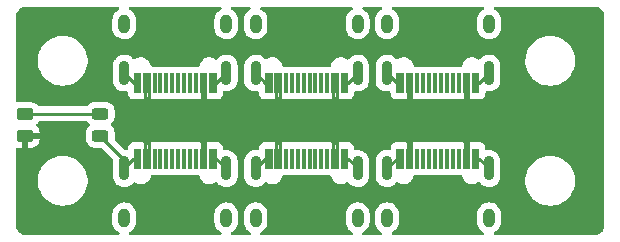
<source format=gbr>
%TF.GenerationSoftware,KiCad,Pcbnew,(6.0.11)*%
%TF.CreationDate,2023-04-18T11:05:53+02:00*%
%TF.ProjectId,FarmSupply,4661726d-5375-4707-906c-792e6b696361,rev?*%
%TF.SameCoordinates,Original*%
%TF.FileFunction,Copper,L1,Top*%
%TF.FilePolarity,Positive*%
%FSLAX46Y46*%
G04 Gerber Fmt 4.6, Leading zero omitted, Abs format (unit mm)*
G04 Created by KiCad (PCBNEW (6.0.11)) date 2023-04-18 11:05:53*
%MOMM*%
%LPD*%
G01*
G04 APERTURE LIST*
G04 Aperture macros list*
%AMRoundRect*
0 Rectangle with rounded corners*
0 $1 Rounding radius*
0 $2 $3 $4 $5 $6 $7 $8 $9 X,Y pos of 4 corners*
0 Add a 4 corners polygon primitive as box body*
4,1,4,$2,$3,$4,$5,$6,$7,$8,$9,$2,$3,0*
0 Add four circle primitives for the rounded corners*
1,1,$1+$1,$2,$3*
1,1,$1+$1,$4,$5*
1,1,$1+$1,$6,$7*
1,1,$1+$1,$8,$9*
0 Add four rect primitives between the rounded corners*
20,1,$1+$1,$2,$3,$4,$5,0*
20,1,$1+$1,$4,$5,$6,$7,0*
20,1,$1+$1,$6,$7,$8,$9,0*
20,1,$1+$1,$8,$9,$2,$3,0*%
G04 Aperture macros list end*
%TA.AperFunction,SMDPad,CuDef*%
%ADD10RoundRect,0.250000X0.450000X-0.262500X0.450000X0.262500X-0.450000X0.262500X-0.450000X-0.262500X0*%
%TD*%
%TA.AperFunction,SMDPad,CuDef*%
%ADD11RoundRect,0.243750X0.456250X-0.243750X0.456250X0.243750X-0.456250X0.243750X-0.456250X-0.243750X0*%
%TD*%
%TA.AperFunction,SMDPad,CuDef*%
%ADD12R,0.300000X1.750000*%
%TD*%
%TA.AperFunction,ComponentPad*%
%ADD13O,0.900000X2.100000*%
%TD*%
%TA.AperFunction,ComponentPad*%
%ADD14O,1.000000X1.600000*%
%TD*%
%TA.AperFunction,Conductor*%
%ADD15C,0.250000*%
%TD*%
G04 APERTURE END LIST*
D10*
%TO.P,R1,1*%
%TO.N,+5V*%
X76200000Y-91440000D03*
%TO.P,R1,2*%
%TO.N,Net-(D1-Pad2)*%
X76200000Y-89615000D03*
%TD*%
D11*
%TO.P,D1,2,A*%
%TO.N,Net-(D1-Pad2)*%
X82550000Y-89565000D03*
%TO.P,D1,1,K*%
%TO.N,GND*%
X82550000Y-91440000D03*
%TD*%
D12*
%TO.P,P1,A1,GND*%
%TO.N,GND*%
X85550000Y-93370000D03*
%TO.P,P1,A4,VBUS*%
%TO.N,+5V*%
X86350000Y-93370000D03*
%TO.P,P1,A5,CC*%
%TO.N,unconnected-(P1-PadA5)*%
X87650000Y-93370000D03*
%TO.P,P1,A6,D+*%
%TO.N,unconnected-(P1-PadA6)*%
X88650000Y-93370000D03*
%TO.P,P1,A7,D-*%
%TO.N,unconnected-(P1-PadA7)*%
X89150000Y-93370000D03*
%TO.P,P1,A8,SBU1*%
%TO.N,unconnected-(P1-PadA8)*%
X90150000Y-93370000D03*
%TO.P,P1,A9,VBUS*%
%TO.N,+5V*%
X91450000Y-93370000D03*
%TO.P,P1,A12,GND*%
%TO.N,GND*%
X92250000Y-93370000D03*
%TO.P,P1,B1,GND*%
X91950000Y-93370000D03*
%TO.P,P1,B4,VBUS*%
%TO.N,+5V*%
X91150000Y-93370000D03*
%TO.P,P1,B5,VCONN*%
%TO.N,unconnected-(P1-PadB5)*%
X90650000Y-93370000D03*
%TO.P,P1,B6*%
%TO.N,N/C*%
X89650000Y-93370000D03*
%TO.P,P1,B7*%
X88150000Y-93370000D03*
%TO.P,P1,B8,SBU2*%
%TO.N,unconnected-(P1-PadB8)*%
X87150000Y-93370000D03*
%TO.P,P1,B9,VBUS*%
%TO.N,+5V*%
X86650000Y-93370000D03*
%TO.P,P1,B12,GND*%
%TO.N,GND*%
X85850000Y-93370000D03*
D13*
%TO.P,P1,S1,SHIELD*%
X84580000Y-94210000D03*
D14*
X84580000Y-98390000D03*
X93220000Y-98390000D03*
D13*
X93220000Y-94210000D03*
%TD*%
D12*
%TO.P,P5,A1,GND*%
%TO.N,GND*%
X96670000Y-93370000D03*
%TO.P,P5,A4,VBUS*%
%TO.N,+5V*%
X97470000Y-93370000D03*
%TO.P,P5,A5,CC*%
%TO.N,unconnected-(P5-PadA5)*%
X98770000Y-93370000D03*
%TO.P,P5,A6,D+*%
%TO.N,unconnected-(P5-PadA6)*%
X99770000Y-93370000D03*
%TO.P,P5,A7,D-*%
%TO.N,unconnected-(P5-PadA7)*%
X100270000Y-93370000D03*
%TO.P,P5,A8,SBU1*%
%TO.N,unconnected-(P5-PadA8)*%
X101270000Y-93370000D03*
%TO.P,P5,A9,VBUS*%
%TO.N,+5V*%
X102570000Y-93370000D03*
%TO.P,P5,A12,GND*%
%TO.N,GND*%
X103370000Y-93370000D03*
%TO.P,P5,B1,GND*%
X103070000Y-93370000D03*
%TO.P,P5,B4,VBUS*%
%TO.N,+5V*%
X102270000Y-93370000D03*
%TO.P,P5,B5,VCONN*%
%TO.N,unconnected-(P5-PadB5)*%
X101770000Y-93370000D03*
%TO.P,P5,B6*%
%TO.N,N/C*%
X100770000Y-93370000D03*
%TO.P,P5,B7*%
X99270000Y-93370000D03*
%TO.P,P5,B8,SBU2*%
%TO.N,unconnected-(P5-PadB8)*%
X98270000Y-93370000D03*
%TO.P,P5,B9,VBUS*%
%TO.N,+5V*%
X97770000Y-93370000D03*
%TO.P,P5,B12,GND*%
%TO.N,GND*%
X96970000Y-93370000D03*
D14*
%TO.P,P5,S1,SHIELD*%
X95700000Y-98390000D03*
D13*
X104340000Y-94210000D03*
D14*
X104340000Y-98390000D03*
D13*
X95700000Y-94210000D03*
%TD*%
D12*
%TO.P,P3,A1,GND*%
%TO.N,GND*%
X114490000Y-86970000D03*
%TO.P,P3,A4,VBUS*%
%TO.N,+5V*%
X113690000Y-86970000D03*
%TO.P,P3,A5,CC*%
%TO.N,unconnected-(P3-PadA5)*%
X112390000Y-86970000D03*
%TO.P,P3,A6,D+*%
%TO.N,unconnected-(P3-PadA6)*%
X111390000Y-86970000D03*
%TO.P,P3,A7,D-*%
%TO.N,unconnected-(P3-PadA7)*%
X110890000Y-86970000D03*
%TO.P,P3,A8,SBU1*%
%TO.N,unconnected-(P3-PadA8)*%
X109890000Y-86970000D03*
%TO.P,P3,A9,VBUS*%
%TO.N,+5V*%
X108590000Y-86970000D03*
%TO.P,P3,A12,GND*%
%TO.N,GND*%
X107790000Y-86970000D03*
%TO.P,P3,B1,GND*%
X108090000Y-86970000D03*
%TO.P,P3,B4,VBUS*%
%TO.N,+5V*%
X108890000Y-86970000D03*
%TO.P,P3,B5,VCONN*%
%TO.N,unconnected-(P3-PadB5)*%
X109390000Y-86970000D03*
%TO.P,P3,B6*%
%TO.N,N/C*%
X110390000Y-86970000D03*
%TO.P,P3,B7*%
X111890000Y-86970000D03*
%TO.P,P3,B8,SBU2*%
%TO.N,unconnected-(P3-PadB8)*%
X112890000Y-86970000D03*
%TO.P,P3,B9,VBUS*%
%TO.N,+5V*%
X113390000Y-86970000D03*
%TO.P,P3,B12,GND*%
%TO.N,GND*%
X114190000Y-86970000D03*
D13*
%TO.P,P3,S1,SHIELD*%
X106820000Y-86130000D03*
D14*
X115460000Y-81950000D03*
D13*
X115460000Y-86130000D03*
D14*
X106820000Y-81950000D03*
%TD*%
D12*
%TO.P,P2,A1,GND*%
%TO.N,GND*%
X107790000Y-93370000D03*
%TO.P,P2,A4,VBUS*%
%TO.N,+5V*%
X108590000Y-93370000D03*
%TO.P,P2,A5,CC*%
%TO.N,unconnected-(P2-PadA5)*%
X109890000Y-93370000D03*
%TO.P,P2,A6,D+*%
%TO.N,unconnected-(P2-PadA6)*%
X110890000Y-93370000D03*
%TO.P,P2,A7,D-*%
%TO.N,unconnected-(P2-PadA7)*%
X111390000Y-93370000D03*
%TO.P,P2,A8,SBU1*%
%TO.N,unconnected-(P2-PadA8)*%
X112390000Y-93370000D03*
%TO.P,P2,A9,VBUS*%
%TO.N,+5V*%
X113690000Y-93370000D03*
%TO.P,P2,A12,GND*%
%TO.N,GND*%
X114490000Y-93370000D03*
%TO.P,P2,B1,GND*%
X114190000Y-93370000D03*
%TO.P,P2,B4,VBUS*%
%TO.N,+5V*%
X113390000Y-93370000D03*
%TO.P,P2,B5,VCONN*%
%TO.N,unconnected-(P2-PadB5)*%
X112890000Y-93370000D03*
%TO.P,P2,B6*%
%TO.N,N/C*%
X111890000Y-93370000D03*
%TO.P,P2,B7*%
X110390000Y-93370000D03*
%TO.P,P2,B8,SBU2*%
%TO.N,unconnected-(P2-PadB8)*%
X109390000Y-93370000D03*
%TO.P,P2,B9,VBUS*%
%TO.N,+5V*%
X108890000Y-93370000D03*
%TO.P,P2,B12,GND*%
%TO.N,GND*%
X108090000Y-93370000D03*
D14*
%TO.P,P2,S1,SHIELD*%
X106820000Y-98390000D03*
X115460000Y-98390000D03*
D13*
X106820000Y-94210000D03*
X115460000Y-94210000D03*
%TD*%
D12*
%TO.P,P4,A1,GND*%
%TO.N,GND*%
X103370000Y-86970000D03*
%TO.P,P4,A4,VBUS*%
%TO.N,+5V*%
X102570000Y-86970000D03*
%TO.P,P4,A5,CC*%
%TO.N,unconnected-(P4-PadA5)*%
X101270000Y-86970000D03*
%TO.P,P4,A6,D+*%
%TO.N,unconnected-(P4-PadA6)*%
X100270000Y-86970000D03*
%TO.P,P4,A7,D-*%
%TO.N,unconnected-(P4-PadA7)*%
X99770000Y-86970000D03*
%TO.P,P4,A8,SBU1*%
%TO.N,unconnected-(P4-PadA8)*%
X98770000Y-86970000D03*
%TO.P,P4,A9,VBUS*%
%TO.N,+5V*%
X97470000Y-86970000D03*
%TO.P,P4,A12,GND*%
%TO.N,GND*%
X96670000Y-86970000D03*
%TO.P,P4,B1,GND*%
X96970000Y-86970000D03*
%TO.P,P4,B4,VBUS*%
%TO.N,+5V*%
X97770000Y-86970000D03*
%TO.P,P4,B5,VCONN*%
%TO.N,unconnected-(P4-PadB5)*%
X98270000Y-86970000D03*
%TO.P,P4,B6*%
%TO.N,N/C*%
X99270000Y-86970000D03*
%TO.P,P4,B7*%
X100770000Y-86970000D03*
%TO.P,P4,B8,SBU2*%
%TO.N,unconnected-(P4-PadB8)*%
X101770000Y-86970000D03*
%TO.P,P4,B9,VBUS*%
%TO.N,+5V*%
X102270000Y-86970000D03*
%TO.P,P4,B12,GND*%
%TO.N,GND*%
X103070000Y-86970000D03*
D13*
%TO.P,P4,S1,SHIELD*%
X95700000Y-86130000D03*
D14*
X104340000Y-81950000D03*
X95700000Y-81950000D03*
D13*
X104340000Y-86130000D03*
%TD*%
D12*
%TO.P,P6,A1,GND*%
%TO.N,GND*%
X92250000Y-86970000D03*
%TO.P,P6,A4,VBUS*%
%TO.N,+5V*%
X91450000Y-86970000D03*
%TO.P,P6,A5,CC*%
%TO.N,unconnected-(P6-PadA5)*%
X90150000Y-86970000D03*
%TO.P,P6,A6,D+*%
%TO.N,unconnected-(P6-PadA6)*%
X89150000Y-86970000D03*
%TO.P,P6,A7,D-*%
%TO.N,unconnected-(P6-PadA7)*%
X88650000Y-86970000D03*
%TO.P,P6,A8,SBU1*%
%TO.N,unconnected-(P6-PadA8)*%
X87650000Y-86970000D03*
%TO.P,P6,A9,VBUS*%
%TO.N,+5V*%
X86350000Y-86970000D03*
%TO.P,P6,A12,GND*%
%TO.N,GND*%
X85550000Y-86970000D03*
%TO.P,P6,B1,GND*%
X85850000Y-86970000D03*
%TO.P,P6,B4,VBUS*%
%TO.N,+5V*%
X86650000Y-86970000D03*
%TO.P,P6,B5,VCONN*%
%TO.N,unconnected-(P6-PadB5)*%
X87150000Y-86970000D03*
%TO.P,P6,B6*%
%TO.N,N/C*%
X88150000Y-86970000D03*
%TO.P,P6,B7*%
X89650000Y-86970000D03*
%TO.P,P6,B8,SBU2*%
%TO.N,unconnected-(P6-PadB8)*%
X90650000Y-86970000D03*
%TO.P,P6,B9,VBUS*%
%TO.N,+5V*%
X91150000Y-86970000D03*
%TO.P,P6,B12,GND*%
%TO.N,GND*%
X91950000Y-86970000D03*
D14*
%TO.P,P6,S1,SHIELD*%
X84580000Y-81950000D03*
X93220000Y-81950000D03*
D13*
X93220000Y-86130000D03*
X84580000Y-86130000D03*
%TD*%
D15*
%TO.N,+5V*%
X86726200Y-89981600D02*
X86650000Y-90057800D01*
X86650000Y-91175400D02*
X86650000Y-90057800D01*
X91150000Y-89981600D02*
X91150000Y-86970000D01*
X91150000Y-89981600D02*
X86726200Y-89981600D01*
X91150000Y-91327800D02*
X91150000Y-89981600D01*
X86650000Y-90057800D02*
X86650000Y-86970000D01*
X108890000Y-90170200D02*
X113283800Y-90170200D01*
X113390000Y-90064000D02*
X113390000Y-86970000D01*
X108890000Y-90170200D02*
X108890000Y-86970000D01*
X108890000Y-93370000D02*
X108890000Y-90170200D01*
X113390000Y-93370000D02*
X113390000Y-90064000D01*
X113283800Y-90170200D02*
X113390000Y-90064000D01*
X108580200Y-90190600D02*
X108590000Y-90200400D01*
X108590000Y-93370000D02*
X108590000Y-90200400D01*
X108590000Y-90200400D02*
X108590000Y-87270000D01*
X102570000Y-90190600D02*
X108580200Y-90190600D01*
X102570000Y-90190600D02*
X102570000Y-86970000D01*
X102570000Y-91114600D02*
X102570000Y-90190600D01*
X102208800Y-90099200D02*
X102270000Y-90160400D01*
X97770000Y-90099200D02*
X102208800Y-90099200D01*
X102270000Y-90160400D02*
X102270000Y-86970000D01*
X102270000Y-90814600D02*
X102270000Y-90160400D01*
X97770000Y-90099200D02*
X97770000Y-86970000D01*
X97770000Y-91166000D02*
X97770000Y-90099200D01*
X91450000Y-90154600D02*
X97348200Y-90154600D01*
X97470000Y-90866000D02*
X97470000Y-90032800D01*
X97348200Y-90154600D02*
X97470000Y-90032800D01*
X91450000Y-90154600D02*
X91450000Y-86970000D01*
X97470000Y-90032800D02*
X97470000Y-86970000D01*
X91450000Y-91627800D02*
X91450000Y-90154600D01*
X86350000Y-91658600D02*
X86350000Y-86970000D01*
X86350000Y-91658600D02*
X86350000Y-91475400D01*
X86350000Y-93370000D02*
X86350000Y-91658600D01*
X86650000Y-91704600D02*
X86650000Y-91175400D01*
X113690000Y-86970000D02*
X113690000Y-93370000D01*
X108590000Y-87270000D02*
X108890000Y-86970000D01*
X102336600Y-90881200D02*
X102270000Y-90814600D01*
X97612200Y-91008200D02*
X97470000Y-90866000D01*
X102570000Y-91114600D02*
X102336600Y-90881200D01*
X102570000Y-93370000D02*
X102570000Y-91114600D01*
X102270000Y-90947800D02*
X102336600Y-90881200D01*
X102270000Y-93370000D02*
X102270000Y-90947800D01*
X97470000Y-91150400D02*
X97612200Y-91008200D01*
X97470000Y-93370000D02*
X97470000Y-91150400D01*
X97770000Y-91166000D02*
X97612200Y-91008200D01*
X97770000Y-93370000D02*
X97770000Y-91166000D01*
X91211400Y-91389200D02*
X91150000Y-91327800D01*
X86385400Y-91440000D02*
X86650000Y-91175400D01*
X91150000Y-91450600D02*
X91211400Y-91389200D01*
X91150000Y-93370000D02*
X91150000Y-91450600D01*
X91450000Y-91627800D02*
X91211400Y-91389200D01*
X91450000Y-93370000D02*
X91450000Y-91627800D01*
X86650000Y-91704600D02*
X86385400Y-91440000D01*
X86650000Y-93370000D02*
X86650000Y-91704600D01*
X86350000Y-91475400D02*
X86385400Y-91440000D01*
%TO.N,Net-(D1-Pad2)*%
X76250000Y-89565000D02*
X76200000Y-89615000D01*
X82550000Y-89565000D02*
X76250000Y-89565000D01*
%TO.N,GND*%
X92250000Y-86970000D02*
X91950000Y-86970000D01*
X85550000Y-86970000D02*
X85850000Y-86970000D01*
X85420000Y-86970000D02*
X85550000Y-86970000D01*
X84580000Y-86130000D02*
X85420000Y-86970000D01*
X103370000Y-86970000D02*
X103070000Y-86970000D01*
X96670000Y-86970000D02*
X96970000Y-86970000D01*
X107790000Y-93370000D02*
X108090000Y-93370000D01*
X114490000Y-93370000D02*
X114190000Y-93370000D01*
X107660000Y-93370000D02*
X107790000Y-93370000D01*
X106820000Y-94210000D02*
X107660000Y-93370000D01*
X114490000Y-86970000D02*
X114190000Y-86970000D01*
X107790000Y-86970000D02*
X108090000Y-86970000D01*
X107660000Y-86970000D02*
X107790000Y-86970000D01*
X106820000Y-86130000D02*
X107660000Y-86970000D01*
X96670000Y-93370000D02*
X96970000Y-93370000D01*
X103370000Y-93370000D02*
X103070000Y-93370000D01*
X85550000Y-93370000D02*
X85850000Y-93370000D01*
X92250000Y-93370000D02*
X91950000Y-93370000D01*
X84900000Y-93890000D02*
X84900000Y-93790000D01*
X84580000Y-94210000D02*
X84900000Y-93890000D01*
X85320000Y-93370000D02*
X84900000Y-93790000D01*
X85550000Y-93370000D02*
X85320000Y-93370000D01*
X84900000Y-93790000D02*
X82550000Y-91440000D01*
X92380000Y-93370000D02*
X92250000Y-93370000D01*
X93220000Y-94210000D02*
X92380000Y-93370000D01*
X92380000Y-86970000D02*
X92250000Y-86970000D01*
X93220000Y-86130000D02*
X92380000Y-86970000D01*
X96540000Y-86970000D02*
X96670000Y-86970000D01*
X95700000Y-86130000D02*
X96540000Y-86970000D01*
X96540000Y-93370000D02*
X96670000Y-93370000D01*
X95700000Y-94210000D02*
X96540000Y-93370000D01*
X103500000Y-93370000D02*
X103370000Y-93370000D01*
X104340000Y-94210000D02*
X103500000Y-93370000D01*
X103500000Y-86970000D02*
X103370000Y-86970000D01*
X104340000Y-86130000D02*
X103500000Y-86970000D01*
X114620000Y-93370000D02*
X114490000Y-93370000D01*
X115460000Y-94210000D02*
X114620000Y-93370000D01*
X114620000Y-86970000D02*
X114490000Y-86970000D01*
X115460000Y-86130000D02*
X114620000Y-86970000D01*
%TD*%
%TA.AperFunction,Conductor*%
%TO.N,+5V*%
G36*
X84122611Y-80538502D02*
G01*
X84169104Y-80592158D01*
X84179208Y-80662432D01*
X84149714Y-80727012D01*
X84112866Y-80756162D01*
X84025110Y-80802040D01*
X83870975Y-80925968D01*
X83743846Y-81077474D01*
X83740879Y-81082872D01*
X83740875Y-81082877D01*
X83707389Y-81143789D01*
X83648567Y-81250787D01*
X83646706Y-81256654D01*
X83646705Y-81256656D01*
X83628698Y-81313421D01*
X83588765Y-81439306D01*
X83571500Y-81593227D01*
X83571500Y-82299769D01*
X83571800Y-82302825D01*
X83571800Y-82302832D01*
X83572530Y-82310273D01*
X83585920Y-82446833D01*
X83643084Y-82636169D01*
X83735934Y-82810796D01*
X83806291Y-82897062D01*
X83857040Y-82959287D01*
X83857043Y-82959290D01*
X83860935Y-82964062D01*
X83865682Y-82967989D01*
X83865684Y-82967991D01*
X84008575Y-83086201D01*
X84008579Y-83086203D01*
X84013325Y-83090130D01*
X84187299Y-83184198D01*
X84376232Y-83242682D01*
X84382357Y-83243326D01*
X84382358Y-83243326D01*
X84566796Y-83262711D01*
X84566798Y-83262711D01*
X84572925Y-83263355D01*
X84655424Y-83255847D01*
X84763749Y-83245989D01*
X84763752Y-83245988D01*
X84769888Y-83245430D01*
X84775794Y-83243692D01*
X84775798Y-83243691D01*
X84880924Y-83212751D01*
X84959619Y-83189590D01*
X84965077Y-83186737D01*
X84965081Y-83186735D01*
X85055853Y-83139280D01*
X85134890Y-83097960D01*
X85289025Y-82974032D01*
X85416154Y-82822526D01*
X85419121Y-82817128D01*
X85419125Y-82817123D01*
X85508467Y-82654608D01*
X85511433Y-82649213D01*
X85513846Y-82641608D01*
X85569373Y-82466564D01*
X85569373Y-82466563D01*
X85571235Y-82460694D01*
X85588500Y-82306773D01*
X85588500Y-81600231D01*
X85587814Y-81593227D01*
X85574681Y-81459301D01*
X85574080Y-81453167D01*
X85516916Y-81263831D01*
X85424066Y-81089204D01*
X85342005Y-80988587D01*
X85302960Y-80940713D01*
X85302957Y-80940710D01*
X85299065Y-80935938D01*
X85292724Y-80930692D01*
X85151425Y-80813799D01*
X85151421Y-80813797D01*
X85146675Y-80809870D01*
X85045817Y-80755336D01*
X84995408Y-80705341D01*
X84980031Y-80636030D01*
X85004567Y-80569408D01*
X85061227Y-80526627D01*
X85105746Y-80518500D01*
X92694490Y-80518500D01*
X92762611Y-80538502D01*
X92809104Y-80592158D01*
X92819208Y-80662432D01*
X92789714Y-80727012D01*
X92752866Y-80756162D01*
X92665110Y-80802040D01*
X92510975Y-80925968D01*
X92383846Y-81077474D01*
X92380879Y-81082872D01*
X92380875Y-81082877D01*
X92347389Y-81143789D01*
X92288567Y-81250787D01*
X92286706Y-81256654D01*
X92286705Y-81256656D01*
X92268698Y-81313421D01*
X92228765Y-81439306D01*
X92211500Y-81593227D01*
X92211500Y-82299769D01*
X92211800Y-82302825D01*
X92211800Y-82302832D01*
X92212530Y-82310273D01*
X92225920Y-82446833D01*
X92283084Y-82636169D01*
X92375934Y-82810796D01*
X92446291Y-82897062D01*
X92497040Y-82959287D01*
X92497043Y-82959290D01*
X92500935Y-82964062D01*
X92505682Y-82967989D01*
X92505684Y-82967991D01*
X92648575Y-83086201D01*
X92648579Y-83086203D01*
X92653325Y-83090130D01*
X92827299Y-83184198D01*
X93016232Y-83242682D01*
X93022357Y-83243326D01*
X93022358Y-83243326D01*
X93206796Y-83262711D01*
X93206798Y-83262711D01*
X93212925Y-83263355D01*
X93295424Y-83255847D01*
X93403749Y-83245989D01*
X93403752Y-83245988D01*
X93409888Y-83245430D01*
X93415794Y-83243692D01*
X93415798Y-83243691D01*
X93520924Y-83212751D01*
X93599619Y-83189590D01*
X93605077Y-83186737D01*
X93605081Y-83186735D01*
X93695853Y-83139280D01*
X93774890Y-83097960D01*
X93929025Y-82974032D01*
X94056154Y-82822526D01*
X94059121Y-82817128D01*
X94059125Y-82817123D01*
X94148467Y-82654608D01*
X94151433Y-82649213D01*
X94153846Y-82641608D01*
X94209373Y-82466564D01*
X94209373Y-82466563D01*
X94211235Y-82460694D01*
X94228500Y-82306773D01*
X94228500Y-81600231D01*
X94227814Y-81593227D01*
X94214681Y-81459301D01*
X94214080Y-81453167D01*
X94156916Y-81263831D01*
X94064066Y-81089204D01*
X93982005Y-80988587D01*
X93942960Y-80940713D01*
X93942957Y-80940710D01*
X93939065Y-80935938D01*
X93932724Y-80930692D01*
X93791425Y-80813799D01*
X93791421Y-80813797D01*
X93786675Y-80809870D01*
X93685817Y-80755336D01*
X93635408Y-80705341D01*
X93620031Y-80636030D01*
X93644567Y-80569408D01*
X93701227Y-80526627D01*
X93745746Y-80518500D01*
X95174490Y-80518500D01*
X95242611Y-80538502D01*
X95289104Y-80592158D01*
X95299208Y-80662432D01*
X95269714Y-80727012D01*
X95232866Y-80756162D01*
X95145110Y-80802040D01*
X94990975Y-80925968D01*
X94863846Y-81077474D01*
X94860879Y-81082872D01*
X94860875Y-81082877D01*
X94827389Y-81143789D01*
X94768567Y-81250787D01*
X94766706Y-81256654D01*
X94766705Y-81256656D01*
X94748698Y-81313421D01*
X94708765Y-81439306D01*
X94691500Y-81593227D01*
X94691500Y-82299769D01*
X94691800Y-82302825D01*
X94691800Y-82302832D01*
X94692530Y-82310273D01*
X94705920Y-82446833D01*
X94763084Y-82636169D01*
X94855934Y-82810796D01*
X94926291Y-82897062D01*
X94977040Y-82959287D01*
X94977043Y-82959290D01*
X94980935Y-82964062D01*
X94985682Y-82967989D01*
X94985684Y-82967991D01*
X95128575Y-83086201D01*
X95128579Y-83086203D01*
X95133325Y-83090130D01*
X95307299Y-83184198D01*
X95496232Y-83242682D01*
X95502357Y-83243326D01*
X95502358Y-83243326D01*
X95686796Y-83262711D01*
X95686798Y-83262711D01*
X95692925Y-83263355D01*
X95775424Y-83255847D01*
X95883749Y-83245989D01*
X95883752Y-83245988D01*
X95889888Y-83245430D01*
X95895794Y-83243692D01*
X95895798Y-83243691D01*
X96000924Y-83212751D01*
X96079619Y-83189590D01*
X96085077Y-83186737D01*
X96085081Y-83186735D01*
X96175853Y-83139280D01*
X96254890Y-83097960D01*
X96409025Y-82974032D01*
X96536154Y-82822526D01*
X96539121Y-82817128D01*
X96539125Y-82817123D01*
X96628467Y-82654608D01*
X96631433Y-82649213D01*
X96633846Y-82641608D01*
X96689373Y-82466564D01*
X96689373Y-82466563D01*
X96691235Y-82460694D01*
X96708500Y-82306773D01*
X96708500Y-81600231D01*
X96707814Y-81593227D01*
X96694681Y-81459301D01*
X96694080Y-81453167D01*
X96636916Y-81263831D01*
X96544066Y-81089204D01*
X96462005Y-80988587D01*
X96422960Y-80940713D01*
X96422957Y-80940710D01*
X96419065Y-80935938D01*
X96412724Y-80930692D01*
X96271425Y-80813799D01*
X96271421Y-80813797D01*
X96266675Y-80809870D01*
X96165817Y-80755336D01*
X96115408Y-80705341D01*
X96100031Y-80636030D01*
X96124567Y-80569408D01*
X96181227Y-80526627D01*
X96225746Y-80518500D01*
X103814490Y-80518500D01*
X103882611Y-80538502D01*
X103929104Y-80592158D01*
X103939208Y-80662432D01*
X103909714Y-80727012D01*
X103872866Y-80756162D01*
X103785110Y-80802040D01*
X103630975Y-80925968D01*
X103503846Y-81077474D01*
X103500879Y-81082872D01*
X103500875Y-81082877D01*
X103467389Y-81143789D01*
X103408567Y-81250787D01*
X103406706Y-81256654D01*
X103406705Y-81256656D01*
X103388698Y-81313421D01*
X103348765Y-81439306D01*
X103331500Y-81593227D01*
X103331500Y-82299769D01*
X103331800Y-82302825D01*
X103331800Y-82302832D01*
X103332530Y-82310273D01*
X103345920Y-82446833D01*
X103403084Y-82636169D01*
X103495934Y-82810796D01*
X103566291Y-82897062D01*
X103617040Y-82959287D01*
X103617043Y-82959290D01*
X103620935Y-82964062D01*
X103625682Y-82967989D01*
X103625684Y-82967991D01*
X103768575Y-83086201D01*
X103768579Y-83086203D01*
X103773325Y-83090130D01*
X103947299Y-83184198D01*
X104136232Y-83242682D01*
X104142357Y-83243326D01*
X104142358Y-83243326D01*
X104326796Y-83262711D01*
X104326798Y-83262711D01*
X104332925Y-83263355D01*
X104415424Y-83255847D01*
X104523749Y-83245989D01*
X104523752Y-83245988D01*
X104529888Y-83245430D01*
X104535794Y-83243692D01*
X104535798Y-83243691D01*
X104640924Y-83212751D01*
X104719619Y-83189590D01*
X104725077Y-83186737D01*
X104725081Y-83186735D01*
X104815853Y-83139280D01*
X104894890Y-83097960D01*
X105049025Y-82974032D01*
X105176154Y-82822526D01*
X105179121Y-82817128D01*
X105179125Y-82817123D01*
X105268467Y-82654608D01*
X105271433Y-82649213D01*
X105273846Y-82641608D01*
X105329373Y-82466564D01*
X105329373Y-82466563D01*
X105331235Y-82460694D01*
X105348500Y-82306773D01*
X105348500Y-81600231D01*
X105347814Y-81593227D01*
X105334681Y-81459301D01*
X105334080Y-81453167D01*
X105276916Y-81263831D01*
X105184066Y-81089204D01*
X105102005Y-80988587D01*
X105062960Y-80940713D01*
X105062957Y-80940710D01*
X105059065Y-80935938D01*
X105052724Y-80930692D01*
X104911425Y-80813799D01*
X104911421Y-80813797D01*
X104906675Y-80809870D01*
X104805817Y-80755336D01*
X104755408Y-80705341D01*
X104740031Y-80636030D01*
X104764567Y-80569408D01*
X104821227Y-80526627D01*
X104865746Y-80518500D01*
X106294490Y-80518500D01*
X106362611Y-80538502D01*
X106409104Y-80592158D01*
X106419208Y-80662432D01*
X106389714Y-80727012D01*
X106352866Y-80756162D01*
X106265110Y-80802040D01*
X106110975Y-80925968D01*
X105983846Y-81077474D01*
X105980879Y-81082872D01*
X105980875Y-81082877D01*
X105947389Y-81143789D01*
X105888567Y-81250787D01*
X105886706Y-81256654D01*
X105886705Y-81256656D01*
X105868698Y-81313421D01*
X105828765Y-81439306D01*
X105811500Y-81593227D01*
X105811500Y-82299769D01*
X105811800Y-82302825D01*
X105811800Y-82302832D01*
X105812530Y-82310273D01*
X105825920Y-82446833D01*
X105883084Y-82636169D01*
X105975934Y-82810796D01*
X106046291Y-82897062D01*
X106097040Y-82959287D01*
X106097043Y-82959290D01*
X106100935Y-82964062D01*
X106105682Y-82967989D01*
X106105684Y-82967991D01*
X106248575Y-83086201D01*
X106248579Y-83086203D01*
X106253325Y-83090130D01*
X106427299Y-83184198D01*
X106616232Y-83242682D01*
X106622357Y-83243326D01*
X106622358Y-83243326D01*
X106806796Y-83262711D01*
X106806798Y-83262711D01*
X106812925Y-83263355D01*
X106895424Y-83255847D01*
X107003749Y-83245989D01*
X107003752Y-83245988D01*
X107009888Y-83245430D01*
X107015794Y-83243692D01*
X107015798Y-83243691D01*
X107120924Y-83212751D01*
X107199619Y-83189590D01*
X107205077Y-83186737D01*
X107205081Y-83186735D01*
X107295853Y-83139280D01*
X107374890Y-83097960D01*
X107529025Y-82974032D01*
X107656154Y-82822526D01*
X107659121Y-82817128D01*
X107659125Y-82817123D01*
X107748467Y-82654608D01*
X107751433Y-82649213D01*
X107753846Y-82641608D01*
X107809373Y-82466564D01*
X107809373Y-82466563D01*
X107811235Y-82460694D01*
X107828500Y-82306773D01*
X107828500Y-81600231D01*
X107827814Y-81593227D01*
X107814681Y-81459301D01*
X107814080Y-81453167D01*
X107756916Y-81263831D01*
X107664066Y-81089204D01*
X107582005Y-80988587D01*
X107542960Y-80940713D01*
X107542957Y-80940710D01*
X107539065Y-80935938D01*
X107532724Y-80930692D01*
X107391425Y-80813799D01*
X107391421Y-80813797D01*
X107386675Y-80809870D01*
X107285817Y-80755336D01*
X107235408Y-80705341D01*
X107220031Y-80636030D01*
X107244567Y-80569408D01*
X107301227Y-80526627D01*
X107345746Y-80518500D01*
X114934490Y-80518500D01*
X115002611Y-80538502D01*
X115049104Y-80592158D01*
X115059208Y-80662432D01*
X115029714Y-80727012D01*
X114992866Y-80756162D01*
X114905110Y-80802040D01*
X114750975Y-80925968D01*
X114623846Y-81077474D01*
X114620879Y-81082872D01*
X114620875Y-81082877D01*
X114587389Y-81143789D01*
X114528567Y-81250787D01*
X114526706Y-81256654D01*
X114526705Y-81256656D01*
X114508698Y-81313421D01*
X114468765Y-81439306D01*
X114451500Y-81593227D01*
X114451500Y-82299769D01*
X114451800Y-82302825D01*
X114451800Y-82302832D01*
X114452530Y-82310273D01*
X114465920Y-82446833D01*
X114523084Y-82636169D01*
X114615934Y-82810796D01*
X114686291Y-82897062D01*
X114737040Y-82959287D01*
X114737043Y-82959290D01*
X114740935Y-82964062D01*
X114745682Y-82967989D01*
X114745684Y-82967991D01*
X114888575Y-83086201D01*
X114888579Y-83086203D01*
X114893325Y-83090130D01*
X115067299Y-83184198D01*
X115256232Y-83242682D01*
X115262357Y-83243326D01*
X115262358Y-83243326D01*
X115446796Y-83262711D01*
X115446798Y-83262711D01*
X115452925Y-83263355D01*
X115535424Y-83255847D01*
X115643749Y-83245989D01*
X115643752Y-83245988D01*
X115649888Y-83245430D01*
X115655794Y-83243692D01*
X115655798Y-83243691D01*
X115760924Y-83212751D01*
X115839619Y-83189590D01*
X115845077Y-83186737D01*
X115845081Y-83186735D01*
X115935853Y-83139280D01*
X116014890Y-83097960D01*
X116169025Y-82974032D01*
X116296154Y-82822526D01*
X116299121Y-82817128D01*
X116299125Y-82817123D01*
X116388467Y-82654608D01*
X116391433Y-82649213D01*
X116393846Y-82641608D01*
X116449373Y-82466564D01*
X116449373Y-82466563D01*
X116451235Y-82460694D01*
X116468500Y-82306773D01*
X116468500Y-81600231D01*
X116467814Y-81593227D01*
X116454681Y-81459301D01*
X116454080Y-81453167D01*
X116396916Y-81263831D01*
X116304066Y-81089204D01*
X116222005Y-80988587D01*
X116182960Y-80940713D01*
X116182957Y-80940710D01*
X116179065Y-80935938D01*
X116172724Y-80930692D01*
X116031425Y-80813799D01*
X116031421Y-80813797D01*
X116026675Y-80809870D01*
X115925817Y-80755336D01*
X115875408Y-80705341D01*
X115860031Y-80636030D01*
X115884567Y-80569408D01*
X115941227Y-80526627D01*
X115985746Y-80518500D01*
X124410633Y-80518500D01*
X124430018Y-80520000D01*
X124444852Y-80522310D01*
X124444855Y-80522310D01*
X124453724Y-80523691D01*
X124463659Y-80522392D01*
X124464746Y-80522250D01*
X124493431Y-80521793D01*
X124566741Y-80529013D01*
X124596212Y-80531916D01*
X124620432Y-80536733D01*
X124739546Y-80572866D01*
X124762355Y-80582315D01*
X124872124Y-80640987D01*
X124892655Y-80654705D01*
X124988876Y-80733671D01*
X125006329Y-80751124D01*
X125085295Y-80847345D01*
X125099013Y-80867876D01*
X125157685Y-80977645D01*
X125167134Y-81000454D01*
X125203267Y-81119568D01*
X125208084Y-81143789D01*
X125217541Y-81239809D01*
X125217091Y-81255868D01*
X125217800Y-81255877D01*
X125217690Y-81264853D01*
X125216309Y-81273724D01*
X125217473Y-81282626D01*
X125217473Y-81282628D01*
X125220436Y-81305283D01*
X125221500Y-81321621D01*
X125221500Y-99010633D01*
X125220000Y-99030018D01*
X125216309Y-99053724D01*
X125217473Y-99062626D01*
X125217750Y-99064746D01*
X125218207Y-99093431D01*
X125217289Y-99102755D01*
X125208084Y-99196212D01*
X125203267Y-99220432D01*
X125167134Y-99339546D01*
X125157685Y-99362355D01*
X125099013Y-99472124D01*
X125085295Y-99492655D01*
X125006329Y-99588876D01*
X124988876Y-99606329D01*
X124892655Y-99685295D01*
X124872124Y-99699013D01*
X124762355Y-99757685D01*
X124739546Y-99767134D01*
X124620432Y-99803267D01*
X124596211Y-99808084D01*
X124500191Y-99817541D01*
X124484132Y-99817091D01*
X124484123Y-99817800D01*
X124475147Y-99817690D01*
X124466276Y-99816309D01*
X124457374Y-99817473D01*
X124457372Y-99817473D01*
X124444856Y-99819110D01*
X124434714Y-99820436D01*
X124418379Y-99821500D01*
X115985510Y-99821500D01*
X115917389Y-99801498D01*
X115870896Y-99747842D01*
X115860792Y-99677568D01*
X115890286Y-99612988D01*
X115927134Y-99583838D01*
X115927918Y-99583428D01*
X116014890Y-99537960D01*
X116169025Y-99414032D01*
X116296154Y-99262526D01*
X116299121Y-99257128D01*
X116299125Y-99257123D01*
X116388467Y-99094608D01*
X116391433Y-99089213D01*
X116393846Y-99081608D01*
X116449373Y-98906564D01*
X116449373Y-98906563D01*
X116451235Y-98900694D01*
X116468500Y-98746773D01*
X116468500Y-98040231D01*
X116467814Y-98033227D01*
X116454681Y-97899301D01*
X116454080Y-97893167D01*
X116396916Y-97703831D01*
X116304066Y-97529204D01*
X116233709Y-97442938D01*
X116182960Y-97380713D01*
X116182957Y-97380710D01*
X116179065Y-97375938D01*
X116172724Y-97370692D01*
X116031425Y-97253799D01*
X116031421Y-97253797D01*
X116026675Y-97249870D01*
X115852701Y-97155802D01*
X115663768Y-97097318D01*
X115657643Y-97096674D01*
X115657642Y-97096674D01*
X115473204Y-97077289D01*
X115473202Y-97077289D01*
X115467075Y-97076645D01*
X115384576Y-97084153D01*
X115276251Y-97094011D01*
X115276248Y-97094012D01*
X115270112Y-97094570D01*
X115264206Y-97096308D01*
X115264202Y-97096309D01*
X115159076Y-97127249D01*
X115080381Y-97150410D01*
X115074923Y-97153263D01*
X115074919Y-97153265D01*
X115009165Y-97187641D01*
X114905110Y-97242040D01*
X114750975Y-97365968D01*
X114623846Y-97517474D01*
X114620879Y-97522872D01*
X114620875Y-97522877D01*
X114617397Y-97529204D01*
X114528567Y-97690787D01*
X114526706Y-97696654D01*
X114526705Y-97696656D01*
X114470627Y-97873436D01*
X114468765Y-97879306D01*
X114451500Y-98033227D01*
X114451500Y-98739769D01*
X114451800Y-98742825D01*
X114451800Y-98742832D01*
X114452530Y-98750273D01*
X114465920Y-98886833D01*
X114523084Y-99076169D01*
X114615934Y-99250796D01*
X114667281Y-99313753D01*
X114737040Y-99399287D01*
X114737043Y-99399290D01*
X114740935Y-99404062D01*
X114745682Y-99407989D01*
X114745684Y-99407991D01*
X114888575Y-99526201D01*
X114888579Y-99526203D01*
X114893325Y-99530130D01*
X114898746Y-99533061D01*
X114994183Y-99584664D01*
X115044592Y-99634659D01*
X115059969Y-99703970D01*
X115035433Y-99770592D01*
X114978773Y-99813373D01*
X114934254Y-99821500D01*
X107345510Y-99821500D01*
X107277389Y-99801498D01*
X107230896Y-99747842D01*
X107220792Y-99677568D01*
X107250286Y-99612988D01*
X107287134Y-99583838D01*
X107287918Y-99583428D01*
X107374890Y-99537960D01*
X107529025Y-99414032D01*
X107656154Y-99262526D01*
X107659121Y-99257128D01*
X107659125Y-99257123D01*
X107748467Y-99094608D01*
X107751433Y-99089213D01*
X107753846Y-99081608D01*
X107809373Y-98906564D01*
X107809373Y-98906563D01*
X107811235Y-98900694D01*
X107828500Y-98746773D01*
X107828500Y-98040231D01*
X107827814Y-98033227D01*
X107814681Y-97899301D01*
X107814080Y-97893167D01*
X107756916Y-97703831D01*
X107664066Y-97529204D01*
X107593709Y-97442938D01*
X107542960Y-97380713D01*
X107542957Y-97380710D01*
X107539065Y-97375938D01*
X107532724Y-97370692D01*
X107391425Y-97253799D01*
X107391421Y-97253797D01*
X107386675Y-97249870D01*
X107212701Y-97155802D01*
X107023768Y-97097318D01*
X107017643Y-97096674D01*
X107017642Y-97096674D01*
X106833204Y-97077289D01*
X106833202Y-97077289D01*
X106827075Y-97076645D01*
X106744576Y-97084153D01*
X106636251Y-97094011D01*
X106636248Y-97094012D01*
X106630112Y-97094570D01*
X106624206Y-97096308D01*
X106624202Y-97096309D01*
X106519076Y-97127249D01*
X106440381Y-97150410D01*
X106434923Y-97153263D01*
X106434919Y-97153265D01*
X106369165Y-97187641D01*
X106265110Y-97242040D01*
X106110975Y-97365968D01*
X105983846Y-97517474D01*
X105980879Y-97522872D01*
X105980875Y-97522877D01*
X105977397Y-97529204D01*
X105888567Y-97690787D01*
X105886706Y-97696654D01*
X105886705Y-97696656D01*
X105830627Y-97873436D01*
X105828765Y-97879306D01*
X105811500Y-98033227D01*
X105811500Y-98739769D01*
X105811800Y-98742825D01*
X105811800Y-98742832D01*
X105812530Y-98750273D01*
X105825920Y-98886833D01*
X105883084Y-99076169D01*
X105975934Y-99250796D01*
X106027281Y-99313753D01*
X106097040Y-99399287D01*
X106097043Y-99399290D01*
X106100935Y-99404062D01*
X106105682Y-99407989D01*
X106105684Y-99407991D01*
X106248575Y-99526201D01*
X106248579Y-99526203D01*
X106253325Y-99530130D01*
X106258746Y-99533061D01*
X106354183Y-99584664D01*
X106404592Y-99634659D01*
X106419969Y-99703970D01*
X106395433Y-99770592D01*
X106338773Y-99813373D01*
X106294254Y-99821500D01*
X104865510Y-99821500D01*
X104797389Y-99801498D01*
X104750896Y-99747842D01*
X104740792Y-99677568D01*
X104770286Y-99612988D01*
X104807134Y-99583838D01*
X104807918Y-99583428D01*
X104894890Y-99537960D01*
X105049025Y-99414032D01*
X105176154Y-99262526D01*
X105179121Y-99257128D01*
X105179125Y-99257123D01*
X105268467Y-99094608D01*
X105271433Y-99089213D01*
X105273846Y-99081608D01*
X105329373Y-98906564D01*
X105329373Y-98906563D01*
X105331235Y-98900694D01*
X105348500Y-98746773D01*
X105348500Y-98040231D01*
X105347814Y-98033227D01*
X105334681Y-97899301D01*
X105334080Y-97893167D01*
X105276916Y-97703831D01*
X105184066Y-97529204D01*
X105113709Y-97442938D01*
X105062960Y-97380713D01*
X105062957Y-97380710D01*
X105059065Y-97375938D01*
X105052724Y-97370692D01*
X104911425Y-97253799D01*
X104911421Y-97253797D01*
X104906675Y-97249870D01*
X104732701Y-97155802D01*
X104543768Y-97097318D01*
X104537643Y-97096674D01*
X104537642Y-97096674D01*
X104353204Y-97077289D01*
X104353202Y-97077289D01*
X104347075Y-97076645D01*
X104264576Y-97084153D01*
X104156251Y-97094011D01*
X104156248Y-97094012D01*
X104150112Y-97094570D01*
X104144206Y-97096308D01*
X104144202Y-97096309D01*
X104039076Y-97127249D01*
X103960381Y-97150410D01*
X103954923Y-97153263D01*
X103954919Y-97153265D01*
X103889165Y-97187641D01*
X103785110Y-97242040D01*
X103630975Y-97365968D01*
X103503846Y-97517474D01*
X103500879Y-97522872D01*
X103500875Y-97522877D01*
X103497397Y-97529204D01*
X103408567Y-97690787D01*
X103406706Y-97696654D01*
X103406705Y-97696656D01*
X103350627Y-97873436D01*
X103348765Y-97879306D01*
X103331500Y-98033227D01*
X103331500Y-98739769D01*
X103331800Y-98742825D01*
X103331800Y-98742832D01*
X103332530Y-98750273D01*
X103345920Y-98886833D01*
X103403084Y-99076169D01*
X103495934Y-99250796D01*
X103547281Y-99313753D01*
X103617040Y-99399287D01*
X103617043Y-99399290D01*
X103620935Y-99404062D01*
X103625682Y-99407989D01*
X103625684Y-99407991D01*
X103768575Y-99526201D01*
X103768579Y-99526203D01*
X103773325Y-99530130D01*
X103778746Y-99533061D01*
X103874183Y-99584664D01*
X103924592Y-99634659D01*
X103939969Y-99703970D01*
X103915433Y-99770592D01*
X103858773Y-99813373D01*
X103814254Y-99821500D01*
X96225510Y-99821500D01*
X96157389Y-99801498D01*
X96110896Y-99747842D01*
X96100792Y-99677568D01*
X96130286Y-99612988D01*
X96167134Y-99583838D01*
X96167918Y-99583428D01*
X96254890Y-99537960D01*
X96409025Y-99414032D01*
X96536154Y-99262526D01*
X96539121Y-99257128D01*
X96539125Y-99257123D01*
X96628467Y-99094608D01*
X96631433Y-99089213D01*
X96633846Y-99081608D01*
X96689373Y-98906564D01*
X96689373Y-98906563D01*
X96691235Y-98900694D01*
X96708500Y-98746773D01*
X96708500Y-98040231D01*
X96707814Y-98033227D01*
X96694681Y-97899301D01*
X96694080Y-97893167D01*
X96636916Y-97703831D01*
X96544066Y-97529204D01*
X96473709Y-97442938D01*
X96422960Y-97380713D01*
X96422957Y-97380710D01*
X96419065Y-97375938D01*
X96412724Y-97370692D01*
X96271425Y-97253799D01*
X96271421Y-97253797D01*
X96266675Y-97249870D01*
X96092701Y-97155802D01*
X95903768Y-97097318D01*
X95897643Y-97096674D01*
X95897642Y-97096674D01*
X95713204Y-97077289D01*
X95713202Y-97077289D01*
X95707075Y-97076645D01*
X95624576Y-97084153D01*
X95516251Y-97094011D01*
X95516248Y-97094012D01*
X95510112Y-97094570D01*
X95504206Y-97096308D01*
X95504202Y-97096309D01*
X95399076Y-97127249D01*
X95320381Y-97150410D01*
X95314923Y-97153263D01*
X95314919Y-97153265D01*
X95249165Y-97187641D01*
X95145110Y-97242040D01*
X94990975Y-97365968D01*
X94863846Y-97517474D01*
X94860879Y-97522872D01*
X94860875Y-97522877D01*
X94857397Y-97529204D01*
X94768567Y-97690787D01*
X94766706Y-97696654D01*
X94766705Y-97696656D01*
X94710627Y-97873436D01*
X94708765Y-97879306D01*
X94691500Y-98033227D01*
X94691500Y-98739769D01*
X94691800Y-98742825D01*
X94691800Y-98742832D01*
X94692530Y-98750273D01*
X94705920Y-98886833D01*
X94763084Y-99076169D01*
X94855934Y-99250796D01*
X94907281Y-99313753D01*
X94977040Y-99399287D01*
X94977043Y-99399290D01*
X94980935Y-99404062D01*
X94985682Y-99407989D01*
X94985684Y-99407991D01*
X95128575Y-99526201D01*
X95128579Y-99526203D01*
X95133325Y-99530130D01*
X95138746Y-99533061D01*
X95234183Y-99584664D01*
X95284592Y-99634659D01*
X95299969Y-99703970D01*
X95275433Y-99770592D01*
X95218773Y-99813373D01*
X95174254Y-99821500D01*
X93745510Y-99821500D01*
X93677389Y-99801498D01*
X93630896Y-99747842D01*
X93620792Y-99677568D01*
X93650286Y-99612988D01*
X93687134Y-99583838D01*
X93687918Y-99583428D01*
X93774890Y-99537960D01*
X93929025Y-99414032D01*
X94056154Y-99262526D01*
X94059121Y-99257128D01*
X94059125Y-99257123D01*
X94148467Y-99094608D01*
X94151433Y-99089213D01*
X94153846Y-99081608D01*
X94209373Y-98906564D01*
X94209373Y-98906563D01*
X94211235Y-98900694D01*
X94228500Y-98746773D01*
X94228500Y-98040231D01*
X94227814Y-98033227D01*
X94214681Y-97899301D01*
X94214080Y-97893167D01*
X94156916Y-97703831D01*
X94064066Y-97529204D01*
X93993709Y-97442938D01*
X93942960Y-97380713D01*
X93942957Y-97380710D01*
X93939065Y-97375938D01*
X93932724Y-97370692D01*
X93791425Y-97253799D01*
X93791421Y-97253797D01*
X93786675Y-97249870D01*
X93612701Y-97155802D01*
X93423768Y-97097318D01*
X93417643Y-97096674D01*
X93417642Y-97096674D01*
X93233204Y-97077289D01*
X93233202Y-97077289D01*
X93227075Y-97076645D01*
X93144576Y-97084153D01*
X93036251Y-97094011D01*
X93036248Y-97094012D01*
X93030112Y-97094570D01*
X93024206Y-97096308D01*
X93024202Y-97096309D01*
X92919076Y-97127249D01*
X92840381Y-97150410D01*
X92834923Y-97153263D01*
X92834919Y-97153265D01*
X92769165Y-97187641D01*
X92665110Y-97242040D01*
X92510975Y-97365968D01*
X92383846Y-97517474D01*
X92380879Y-97522872D01*
X92380875Y-97522877D01*
X92377397Y-97529204D01*
X92288567Y-97690787D01*
X92286706Y-97696654D01*
X92286705Y-97696656D01*
X92230627Y-97873436D01*
X92228765Y-97879306D01*
X92211500Y-98033227D01*
X92211500Y-98739769D01*
X92211800Y-98742825D01*
X92211800Y-98742832D01*
X92212530Y-98750273D01*
X92225920Y-98886833D01*
X92283084Y-99076169D01*
X92375934Y-99250796D01*
X92427281Y-99313753D01*
X92497040Y-99399287D01*
X92497043Y-99399290D01*
X92500935Y-99404062D01*
X92505682Y-99407989D01*
X92505684Y-99407991D01*
X92648575Y-99526201D01*
X92648579Y-99526203D01*
X92653325Y-99530130D01*
X92658746Y-99533061D01*
X92754183Y-99584664D01*
X92804592Y-99634659D01*
X92819969Y-99703970D01*
X92795433Y-99770592D01*
X92738773Y-99813373D01*
X92694254Y-99821500D01*
X85105510Y-99821500D01*
X85037389Y-99801498D01*
X84990896Y-99747842D01*
X84980792Y-99677568D01*
X85010286Y-99612988D01*
X85047134Y-99583838D01*
X85047918Y-99583428D01*
X85134890Y-99537960D01*
X85289025Y-99414032D01*
X85416154Y-99262526D01*
X85419121Y-99257128D01*
X85419125Y-99257123D01*
X85508467Y-99094608D01*
X85511433Y-99089213D01*
X85513846Y-99081608D01*
X85569373Y-98906564D01*
X85569373Y-98906563D01*
X85571235Y-98900694D01*
X85588500Y-98746773D01*
X85588500Y-98040231D01*
X85587814Y-98033227D01*
X85574681Y-97899301D01*
X85574080Y-97893167D01*
X85516916Y-97703831D01*
X85424066Y-97529204D01*
X85353709Y-97442938D01*
X85302960Y-97380713D01*
X85302957Y-97380710D01*
X85299065Y-97375938D01*
X85292724Y-97370692D01*
X85151425Y-97253799D01*
X85151421Y-97253797D01*
X85146675Y-97249870D01*
X84972701Y-97155802D01*
X84783768Y-97097318D01*
X84777643Y-97096674D01*
X84777642Y-97096674D01*
X84593204Y-97077289D01*
X84593202Y-97077289D01*
X84587075Y-97076645D01*
X84504576Y-97084153D01*
X84396251Y-97094011D01*
X84396248Y-97094012D01*
X84390112Y-97094570D01*
X84384206Y-97096308D01*
X84384202Y-97096309D01*
X84279076Y-97127249D01*
X84200381Y-97150410D01*
X84194923Y-97153263D01*
X84194919Y-97153265D01*
X84129165Y-97187641D01*
X84025110Y-97242040D01*
X83870975Y-97365968D01*
X83743846Y-97517474D01*
X83740879Y-97522872D01*
X83740875Y-97522877D01*
X83737397Y-97529204D01*
X83648567Y-97690787D01*
X83646706Y-97696654D01*
X83646705Y-97696656D01*
X83590627Y-97873436D01*
X83588765Y-97879306D01*
X83571500Y-98033227D01*
X83571500Y-98739769D01*
X83571800Y-98742825D01*
X83571800Y-98742832D01*
X83572530Y-98750273D01*
X83585920Y-98886833D01*
X83643084Y-99076169D01*
X83735934Y-99250796D01*
X83787281Y-99313753D01*
X83857040Y-99399287D01*
X83857043Y-99399290D01*
X83860935Y-99404062D01*
X83865682Y-99407989D01*
X83865684Y-99407991D01*
X84008575Y-99526201D01*
X84008579Y-99526203D01*
X84013325Y-99530130D01*
X84018746Y-99533061D01*
X84114183Y-99584664D01*
X84164592Y-99634659D01*
X84179969Y-99703970D01*
X84155433Y-99770592D01*
X84098773Y-99813373D01*
X84054254Y-99821500D01*
X76249367Y-99821500D01*
X76229982Y-99820000D01*
X76215148Y-99817690D01*
X76215145Y-99817690D01*
X76206276Y-99816309D01*
X76196341Y-99817608D01*
X76195254Y-99817750D01*
X76166569Y-99818207D01*
X76093259Y-99810987D01*
X76063788Y-99808084D01*
X76039568Y-99803267D01*
X75920454Y-99767134D01*
X75897645Y-99757685D01*
X75787876Y-99699013D01*
X75767345Y-99685295D01*
X75671124Y-99606329D01*
X75653671Y-99588876D01*
X75574705Y-99492655D01*
X75560987Y-99472124D01*
X75502315Y-99362355D01*
X75492866Y-99339546D01*
X75456733Y-99220432D01*
X75451916Y-99196212D01*
X75442711Y-99102755D01*
X75442607Y-99079151D01*
X75442768Y-99077354D01*
X75443576Y-99072552D01*
X75443729Y-99060000D01*
X75439773Y-99032376D01*
X75438500Y-99014514D01*
X75438500Y-95382703D01*
X77265743Y-95382703D01*
X77266302Y-95386947D01*
X77266302Y-95386951D01*
X77273225Y-95439534D01*
X77303268Y-95667734D01*
X77379129Y-95945036D01*
X77491923Y-96209476D01*
X77639561Y-96456161D01*
X77819313Y-96680528D01*
X78027851Y-96878423D01*
X78261317Y-97046186D01*
X78265112Y-97048195D01*
X78265113Y-97048196D01*
X78286869Y-97059715D01*
X78515392Y-97180712D01*
X78539699Y-97189607D01*
X78715112Y-97253799D01*
X78785373Y-97279511D01*
X79066264Y-97340755D01*
X79094841Y-97343004D01*
X79289282Y-97358307D01*
X79289291Y-97358307D01*
X79291739Y-97358500D01*
X79447271Y-97358500D01*
X79449407Y-97358354D01*
X79449418Y-97358354D01*
X79657548Y-97344165D01*
X79657554Y-97344164D01*
X79661825Y-97343873D01*
X79666020Y-97343004D01*
X79666022Y-97343004D01*
X79802584Y-97314723D01*
X79943342Y-97285574D01*
X80214343Y-97189607D01*
X80431956Y-97077289D01*
X80466005Y-97059715D01*
X80466006Y-97059715D01*
X80469812Y-97057750D01*
X80473313Y-97055289D01*
X80473317Y-97055287D01*
X80587418Y-96975095D01*
X80705023Y-96892441D01*
X80915622Y-96696740D01*
X81097713Y-96474268D01*
X81247927Y-96229142D01*
X81363483Y-95965898D01*
X81442244Y-95689406D01*
X81477181Y-95443919D01*
X81482146Y-95409036D01*
X81482146Y-95409034D01*
X81482751Y-95404784D01*
X81482845Y-95386951D01*
X81484235Y-95121583D01*
X81484235Y-95121576D01*
X81484257Y-95117297D01*
X81483199Y-95109255D01*
X81461153Y-94941803D01*
X81446732Y-94832266D01*
X81370871Y-94554964D01*
X81258077Y-94290524D01*
X81110439Y-94043839D01*
X80930687Y-93819472D01*
X80722149Y-93621577D01*
X80488683Y-93453814D01*
X80466843Y-93442250D01*
X80429772Y-93422622D01*
X80234608Y-93319288D01*
X80008513Y-93236549D01*
X79968658Y-93221964D01*
X79968656Y-93221963D01*
X79964627Y-93220489D01*
X79683736Y-93159245D01*
X79652685Y-93156801D01*
X79460718Y-93141693D01*
X79460709Y-93141693D01*
X79458261Y-93141500D01*
X79302729Y-93141500D01*
X79300593Y-93141646D01*
X79300582Y-93141646D01*
X79092452Y-93155835D01*
X79092446Y-93155836D01*
X79088175Y-93156127D01*
X79083980Y-93156996D01*
X79083978Y-93156996D01*
X78947417Y-93185276D01*
X78806658Y-93214426D01*
X78535657Y-93310393D01*
X78280188Y-93442250D01*
X78276687Y-93444711D01*
X78276683Y-93444713D01*
X78173331Y-93517350D01*
X78044977Y-93607559D01*
X77834378Y-93803260D01*
X77652287Y-94025732D01*
X77502073Y-94270858D01*
X77386517Y-94534102D01*
X77307756Y-94810594D01*
X77267249Y-95095216D01*
X77267227Y-95099505D01*
X77267226Y-95099512D01*
X77265765Y-95378417D01*
X77265743Y-95382703D01*
X75438500Y-95382703D01*
X75438500Y-92571311D01*
X75458502Y-92503190D01*
X75512158Y-92456697D01*
X75582432Y-92446593D01*
X75590911Y-92448110D01*
X75602084Y-92450505D01*
X75696438Y-92460172D01*
X75702854Y-92460500D01*
X75927885Y-92460500D01*
X75943124Y-92456025D01*
X75944329Y-92454635D01*
X75946000Y-92446952D01*
X75946000Y-92442384D01*
X76454000Y-92442384D01*
X76458475Y-92457623D01*
X76459865Y-92458828D01*
X76467548Y-92460499D01*
X76697095Y-92460499D01*
X76703614Y-92460162D01*
X76799206Y-92450243D01*
X76812600Y-92447351D01*
X76966784Y-92395912D01*
X76979962Y-92389739D01*
X77117807Y-92304437D01*
X77129208Y-92295401D01*
X77243739Y-92180671D01*
X77252751Y-92169260D01*
X77337816Y-92031257D01*
X77343963Y-92018076D01*
X77395138Y-91863790D01*
X77398005Y-91850414D01*
X77407672Y-91756062D01*
X77408000Y-91749646D01*
X77408000Y-91712115D01*
X77403525Y-91696876D01*
X77402135Y-91695671D01*
X77394452Y-91694000D01*
X76472115Y-91694000D01*
X76456876Y-91698475D01*
X76455671Y-91699865D01*
X76454000Y-91707548D01*
X76454000Y-92442384D01*
X75946000Y-92442384D01*
X75946000Y-91312000D01*
X75966002Y-91243879D01*
X76019658Y-91197386D01*
X76072000Y-91186000D01*
X77389884Y-91186000D01*
X77405123Y-91181525D01*
X77406328Y-91180135D01*
X77407999Y-91172452D01*
X77407999Y-91130405D01*
X77407662Y-91123886D01*
X77397743Y-91028294D01*
X77394851Y-91014900D01*
X77343412Y-90860716D01*
X77337239Y-90847538D01*
X77251937Y-90709693D01*
X77242901Y-90698292D01*
X77161538Y-90617070D01*
X77127459Y-90554787D01*
X77132462Y-90483967D01*
X77161383Y-90438880D01*
X77244130Y-90355988D01*
X77244134Y-90355983D01*
X77249305Y-90350803D01*
X77306273Y-90258384D01*
X77359045Y-90210891D01*
X77413533Y-90198500D01*
X81380069Y-90198500D01*
X81448190Y-90218502D01*
X81487212Y-90258196D01*
X81500203Y-90279189D01*
X81624347Y-90403117D01*
X81627270Y-90404919D01*
X81667408Y-90461529D01*
X81670642Y-90532452D01*
X81635018Y-90593864D01*
X81628622Y-90599416D01*
X81623311Y-90602703D01*
X81499383Y-90726847D01*
X81407339Y-90876171D01*
X81405034Y-90883119D01*
X81405034Y-90883120D01*
X81356882Y-91028294D01*
X81352115Y-91042665D01*
X81341500Y-91146269D01*
X81341501Y-91733730D01*
X81352384Y-91838629D01*
X81354563Y-91845160D01*
X81354564Y-91845165D01*
X81360778Y-91863790D01*
X81407898Y-92005026D01*
X81500203Y-92154189D01*
X81624347Y-92278117D01*
X81773671Y-92370161D01*
X81780619Y-92372466D01*
X81780620Y-92372466D01*
X81933634Y-92423219D01*
X81933636Y-92423219D01*
X81940165Y-92425385D01*
X82043769Y-92436000D01*
X82078973Y-92436000D01*
X82597905Y-92435999D01*
X82666026Y-92456001D01*
X82687000Y-92472904D01*
X83591212Y-93377117D01*
X83625237Y-93439427D01*
X83625453Y-93491974D01*
X83621835Y-93509293D01*
X83621500Y-93515685D01*
X83621500Y-94858663D01*
X83636235Y-95003727D01*
X83638144Y-95009818D01*
X83692556Y-95183451D01*
X83692558Y-95183456D01*
X83694465Y-95189541D01*
X83697558Y-95195120D01*
X83765205Y-95317157D01*
X83788870Y-95359850D01*
X83793019Y-95364691D01*
X83793022Y-95364695D01*
X83886084Y-95473272D01*
X83915591Y-95507698D01*
X83920633Y-95511609D01*
X83920634Y-95511610D01*
X83994549Y-95568944D01*
X84069453Y-95627046D01*
X84075176Y-95629862D01*
X84075179Y-95629864D01*
X84187554Y-95685159D01*
X84244171Y-95713018D01*
X84250349Y-95714627D01*
X84250351Y-95714628D01*
X84426425Y-95760492D01*
X84426428Y-95760492D01*
X84432607Y-95762102D01*
X84516597Y-95766504D01*
X84620683Y-95771959D01*
X84620687Y-95771959D01*
X84627064Y-95772293D01*
X84782413Y-95748799D01*
X84813285Y-95744130D01*
X84813286Y-95744130D01*
X84819599Y-95743175D01*
X84825585Y-95740972D01*
X84825591Y-95740971D01*
X84996360Y-95678140D01*
X84996365Y-95678138D01*
X85002346Y-95675937D01*
X85167840Y-95573326D01*
X85242362Y-95502855D01*
X85304685Y-95443919D01*
X85309322Y-95439534D01*
X85332481Y-95406459D01*
X85387935Y-95362131D01*
X85458555Y-95354821D01*
X85512220Y-95378633D01*
X85575678Y-95427150D01*
X85662372Y-95467576D01*
X85733631Y-95500805D01*
X85733634Y-95500806D01*
X85739808Y-95503685D01*
X85746456Y-95505171D01*
X85746459Y-95505172D01*
X85852421Y-95528857D01*
X85916543Y-95543190D01*
X85922088Y-95543500D01*
X86055244Y-95543500D01*
X86190037Y-95528857D01*
X86308190Y-95489094D01*
X86355204Y-95473272D01*
X86355206Y-95473271D01*
X86361675Y-95471094D01*
X86516905Y-95377823D01*
X86521862Y-95373135D01*
X86521865Y-95373133D01*
X86643527Y-95258082D01*
X86643529Y-95258080D01*
X86648485Y-95253393D01*
X86652317Y-95247755D01*
X86652320Y-95247751D01*
X86746442Y-95109255D01*
X86750277Y-95103612D01*
X86817530Y-94935466D01*
X86818644Y-94928738D01*
X86818645Y-94928734D01*
X86828316Y-94870316D01*
X86830202Y-94858921D01*
X86861061Y-94794982D01*
X86921590Y-94757877D01*
X86954510Y-94753500D01*
X87348134Y-94753500D01*
X87351529Y-94753131D01*
X87351533Y-94753131D01*
X87377531Y-94750307D01*
X87386394Y-94749344D01*
X87413606Y-94749344D01*
X87422469Y-94750307D01*
X87448467Y-94753131D01*
X87448471Y-94753131D01*
X87451866Y-94753500D01*
X87848134Y-94753500D01*
X87851529Y-94753131D01*
X87851533Y-94753131D01*
X87877531Y-94750307D01*
X87886394Y-94749344D01*
X87913606Y-94749344D01*
X87922469Y-94750307D01*
X87948467Y-94753131D01*
X87948471Y-94753131D01*
X87951866Y-94753500D01*
X88348134Y-94753500D01*
X88351529Y-94753131D01*
X88351533Y-94753131D01*
X88377531Y-94750307D01*
X88386394Y-94749344D01*
X88413606Y-94749344D01*
X88422469Y-94750307D01*
X88448467Y-94753131D01*
X88448471Y-94753131D01*
X88451866Y-94753500D01*
X88848134Y-94753500D01*
X88851529Y-94753131D01*
X88851533Y-94753131D01*
X88877531Y-94750307D01*
X88886394Y-94749344D01*
X88913606Y-94749344D01*
X88922469Y-94750307D01*
X88948467Y-94753131D01*
X88948471Y-94753131D01*
X88951866Y-94753500D01*
X89348134Y-94753500D01*
X89351529Y-94753131D01*
X89351533Y-94753131D01*
X89377531Y-94750307D01*
X89386394Y-94749344D01*
X89413606Y-94749344D01*
X89422469Y-94750307D01*
X89448467Y-94753131D01*
X89448471Y-94753131D01*
X89451866Y-94753500D01*
X89848134Y-94753500D01*
X89851529Y-94753131D01*
X89851533Y-94753131D01*
X89877531Y-94750307D01*
X89886394Y-94749344D01*
X89913606Y-94749344D01*
X89922469Y-94750307D01*
X89948467Y-94753131D01*
X89948471Y-94753131D01*
X89951866Y-94753500D01*
X90348134Y-94753500D01*
X90351529Y-94753131D01*
X90351533Y-94753131D01*
X90377531Y-94750307D01*
X90386394Y-94749344D01*
X90413606Y-94749344D01*
X90422469Y-94750307D01*
X90448467Y-94753131D01*
X90448471Y-94753131D01*
X90451866Y-94753500D01*
X90841443Y-94753500D01*
X90909564Y-94773502D01*
X90956057Y-94827158D01*
X90962919Y-94846040D01*
X91010461Y-95018641D01*
X91094922Y-95178836D01*
X91099327Y-95184049D01*
X91099330Y-95184053D01*
X91207406Y-95311943D01*
X91207410Y-95311947D01*
X91211813Y-95317157D01*
X91217237Y-95321304D01*
X91217238Y-95321305D01*
X91350257Y-95423006D01*
X91350261Y-95423009D01*
X91355678Y-95427150D01*
X91442372Y-95467576D01*
X91513631Y-95500805D01*
X91513634Y-95500806D01*
X91519808Y-95503685D01*
X91526456Y-95505171D01*
X91526459Y-95505172D01*
X91632421Y-95528857D01*
X91696543Y-95543190D01*
X91702088Y-95543500D01*
X91835244Y-95543500D01*
X91970037Y-95528857D01*
X92088190Y-95489094D01*
X92135204Y-95473272D01*
X92135206Y-95473271D01*
X92141675Y-95471094D01*
X92291186Y-95381259D01*
X92291187Y-95381259D01*
X92296905Y-95377823D01*
X92297521Y-95378848D01*
X92357485Y-95356027D01*
X92426958Y-95370656D01*
X92462978Y-95399645D01*
X92526084Y-95473272D01*
X92555591Y-95507698D01*
X92560633Y-95511609D01*
X92560634Y-95511610D01*
X92634549Y-95568944D01*
X92709453Y-95627046D01*
X92715176Y-95629862D01*
X92715179Y-95629864D01*
X92827554Y-95685159D01*
X92884171Y-95713018D01*
X92890349Y-95714627D01*
X92890351Y-95714628D01*
X93066425Y-95760492D01*
X93066428Y-95760492D01*
X93072607Y-95762102D01*
X93156597Y-95766504D01*
X93260683Y-95771959D01*
X93260687Y-95771959D01*
X93267064Y-95772293D01*
X93422413Y-95748799D01*
X93453285Y-95744130D01*
X93453286Y-95744130D01*
X93459599Y-95743175D01*
X93465585Y-95740972D01*
X93465591Y-95740971D01*
X93636360Y-95678140D01*
X93636365Y-95678138D01*
X93642346Y-95675937D01*
X93807840Y-95573326D01*
X93882362Y-95502855D01*
X93944685Y-95443919D01*
X93949322Y-95439534D01*
X93955976Y-95430032D01*
X94019970Y-95338638D01*
X94061011Y-95280025D01*
X94104799Y-95178836D01*
X94135810Y-95107175D01*
X94135811Y-95107171D01*
X94138345Y-95101316D01*
X94157460Y-95009818D01*
X94177176Y-94915443D01*
X94177177Y-94915438D01*
X94178165Y-94910707D01*
X94178500Y-94904315D01*
X94178500Y-94858663D01*
X94741500Y-94858663D01*
X94756235Y-95003727D01*
X94758144Y-95009818D01*
X94812556Y-95183451D01*
X94812558Y-95183456D01*
X94814465Y-95189541D01*
X94817558Y-95195120D01*
X94885205Y-95317157D01*
X94908870Y-95359850D01*
X94913019Y-95364691D01*
X94913022Y-95364695D01*
X95006084Y-95473272D01*
X95035591Y-95507698D01*
X95040633Y-95511609D01*
X95040634Y-95511610D01*
X95114549Y-95568944D01*
X95189453Y-95627046D01*
X95195176Y-95629862D01*
X95195179Y-95629864D01*
X95307554Y-95685159D01*
X95364171Y-95713018D01*
X95370349Y-95714627D01*
X95370351Y-95714628D01*
X95546425Y-95760492D01*
X95546428Y-95760492D01*
X95552607Y-95762102D01*
X95636597Y-95766504D01*
X95740683Y-95771959D01*
X95740687Y-95771959D01*
X95747064Y-95772293D01*
X95902413Y-95748799D01*
X95933285Y-95744130D01*
X95933286Y-95744130D01*
X95939599Y-95743175D01*
X95945585Y-95740972D01*
X95945591Y-95740971D01*
X96116360Y-95678140D01*
X96116365Y-95678138D01*
X96122346Y-95675937D01*
X96287840Y-95573326D01*
X96362362Y-95502855D01*
X96424685Y-95443919D01*
X96429322Y-95439534D01*
X96452481Y-95406459D01*
X96507935Y-95362131D01*
X96578555Y-95354821D01*
X96632220Y-95378633D01*
X96695678Y-95427150D01*
X96782372Y-95467576D01*
X96853631Y-95500805D01*
X96853634Y-95500806D01*
X96859808Y-95503685D01*
X96866456Y-95505171D01*
X96866459Y-95505172D01*
X96972421Y-95528857D01*
X97036543Y-95543190D01*
X97042088Y-95543500D01*
X97175244Y-95543500D01*
X97310037Y-95528857D01*
X97428190Y-95489094D01*
X97475204Y-95473272D01*
X97475206Y-95473271D01*
X97481675Y-95471094D01*
X97636905Y-95377823D01*
X97641862Y-95373135D01*
X97641865Y-95373133D01*
X97763527Y-95258082D01*
X97763529Y-95258080D01*
X97768485Y-95253393D01*
X97772317Y-95247755D01*
X97772320Y-95247751D01*
X97866442Y-95109255D01*
X97870277Y-95103612D01*
X97937530Y-94935466D01*
X97938644Y-94928738D01*
X97938645Y-94928734D01*
X97948316Y-94870316D01*
X97950202Y-94858921D01*
X97981061Y-94794982D01*
X98041590Y-94757877D01*
X98074510Y-94753500D01*
X98468134Y-94753500D01*
X98471529Y-94753131D01*
X98471533Y-94753131D01*
X98497531Y-94750307D01*
X98506394Y-94749344D01*
X98533606Y-94749344D01*
X98542469Y-94750307D01*
X98568467Y-94753131D01*
X98568471Y-94753131D01*
X98571866Y-94753500D01*
X98968134Y-94753500D01*
X98971529Y-94753131D01*
X98971533Y-94753131D01*
X98997531Y-94750307D01*
X99006394Y-94749344D01*
X99033606Y-94749344D01*
X99042469Y-94750307D01*
X99068467Y-94753131D01*
X99068471Y-94753131D01*
X99071866Y-94753500D01*
X99468134Y-94753500D01*
X99471529Y-94753131D01*
X99471533Y-94753131D01*
X99497531Y-94750307D01*
X99506394Y-94749344D01*
X99533606Y-94749344D01*
X99542469Y-94750307D01*
X99568467Y-94753131D01*
X99568471Y-94753131D01*
X99571866Y-94753500D01*
X99968134Y-94753500D01*
X99971529Y-94753131D01*
X99971533Y-94753131D01*
X99997531Y-94750307D01*
X100006394Y-94749344D01*
X100033606Y-94749344D01*
X100042469Y-94750307D01*
X100068467Y-94753131D01*
X100068471Y-94753131D01*
X100071866Y-94753500D01*
X100468134Y-94753500D01*
X100471529Y-94753131D01*
X100471533Y-94753131D01*
X100497531Y-94750307D01*
X100506394Y-94749344D01*
X100533606Y-94749344D01*
X100542469Y-94750307D01*
X100568467Y-94753131D01*
X100568471Y-94753131D01*
X100571866Y-94753500D01*
X100968134Y-94753500D01*
X100971529Y-94753131D01*
X100971533Y-94753131D01*
X100997531Y-94750307D01*
X101006394Y-94749344D01*
X101033606Y-94749344D01*
X101042469Y-94750307D01*
X101068467Y-94753131D01*
X101068471Y-94753131D01*
X101071866Y-94753500D01*
X101468134Y-94753500D01*
X101471529Y-94753131D01*
X101471533Y-94753131D01*
X101497531Y-94750307D01*
X101506394Y-94749344D01*
X101533606Y-94749344D01*
X101542469Y-94750307D01*
X101568467Y-94753131D01*
X101568471Y-94753131D01*
X101571866Y-94753500D01*
X101961443Y-94753500D01*
X102029564Y-94773502D01*
X102076057Y-94827158D01*
X102082919Y-94846040D01*
X102130461Y-95018641D01*
X102214922Y-95178836D01*
X102219327Y-95184049D01*
X102219330Y-95184053D01*
X102327406Y-95311943D01*
X102327410Y-95311947D01*
X102331813Y-95317157D01*
X102337237Y-95321304D01*
X102337238Y-95321305D01*
X102470257Y-95423006D01*
X102470261Y-95423009D01*
X102475678Y-95427150D01*
X102562372Y-95467576D01*
X102633631Y-95500805D01*
X102633634Y-95500806D01*
X102639808Y-95503685D01*
X102646456Y-95505171D01*
X102646459Y-95505172D01*
X102752421Y-95528857D01*
X102816543Y-95543190D01*
X102822088Y-95543500D01*
X102955244Y-95543500D01*
X103090037Y-95528857D01*
X103208190Y-95489094D01*
X103255204Y-95473272D01*
X103255206Y-95473271D01*
X103261675Y-95471094D01*
X103411186Y-95381259D01*
X103411187Y-95381259D01*
X103416905Y-95377823D01*
X103417521Y-95378848D01*
X103477485Y-95356027D01*
X103546958Y-95370656D01*
X103582978Y-95399645D01*
X103646084Y-95473272D01*
X103675591Y-95507698D01*
X103680633Y-95511609D01*
X103680634Y-95511610D01*
X103754549Y-95568944D01*
X103829453Y-95627046D01*
X103835176Y-95629862D01*
X103835179Y-95629864D01*
X103947554Y-95685159D01*
X104004171Y-95713018D01*
X104010349Y-95714627D01*
X104010351Y-95714628D01*
X104186425Y-95760492D01*
X104186428Y-95760492D01*
X104192607Y-95762102D01*
X104276597Y-95766504D01*
X104380683Y-95771959D01*
X104380687Y-95771959D01*
X104387064Y-95772293D01*
X104542413Y-95748799D01*
X104573285Y-95744130D01*
X104573286Y-95744130D01*
X104579599Y-95743175D01*
X104585585Y-95740972D01*
X104585591Y-95740971D01*
X104756360Y-95678140D01*
X104756365Y-95678138D01*
X104762346Y-95675937D01*
X104927840Y-95573326D01*
X105002362Y-95502855D01*
X105064685Y-95443919D01*
X105069322Y-95439534D01*
X105075976Y-95430032D01*
X105139970Y-95338638D01*
X105181011Y-95280025D01*
X105224799Y-95178836D01*
X105255810Y-95107175D01*
X105255811Y-95107171D01*
X105258345Y-95101316D01*
X105277460Y-95009818D01*
X105297176Y-94915443D01*
X105297177Y-94915438D01*
X105298165Y-94910707D01*
X105298500Y-94904315D01*
X105298500Y-94858663D01*
X105861500Y-94858663D01*
X105876235Y-95003727D01*
X105878144Y-95009818D01*
X105932556Y-95183451D01*
X105932558Y-95183456D01*
X105934465Y-95189541D01*
X105937558Y-95195120D01*
X106005205Y-95317157D01*
X106028870Y-95359850D01*
X106033019Y-95364691D01*
X106033022Y-95364695D01*
X106126084Y-95473272D01*
X106155591Y-95507698D01*
X106160633Y-95511609D01*
X106160634Y-95511610D01*
X106234549Y-95568944D01*
X106309453Y-95627046D01*
X106315176Y-95629862D01*
X106315179Y-95629864D01*
X106427554Y-95685159D01*
X106484171Y-95713018D01*
X106490349Y-95714627D01*
X106490351Y-95714628D01*
X106666425Y-95760492D01*
X106666428Y-95760492D01*
X106672607Y-95762102D01*
X106756597Y-95766504D01*
X106860683Y-95771959D01*
X106860687Y-95771959D01*
X106867064Y-95772293D01*
X107022413Y-95748799D01*
X107053285Y-95744130D01*
X107053286Y-95744130D01*
X107059599Y-95743175D01*
X107065585Y-95740972D01*
X107065591Y-95740971D01*
X107236360Y-95678140D01*
X107236365Y-95678138D01*
X107242346Y-95675937D01*
X107407840Y-95573326D01*
X107482362Y-95502855D01*
X107544685Y-95443919D01*
X107549322Y-95439534D01*
X107572481Y-95406459D01*
X107627935Y-95362131D01*
X107698555Y-95354821D01*
X107752220Y-95378633D01*
X107815678Y-95427150D01*
X107902372Y-95467576D01*
X107973631Y-95500805D01*
X107973634Y-95500806D01*
X107979808Y-95503685D01*
X107986456Y-95505171D01*
X107986459Y-95505172D01*
X108092421Y-95528857D01*
X108156543Y-95543190D01*
X108162088Y-95543500D01*
X108295244Y-95543500D01*
X108430037Y-95528857D01*
X108548190Y-95489094D01*
X108595204Y-95473272D01*
X108595206Y-95473271D01*
X108601675Y-95471094D01*
X108756905Y-95377823D01*
X108761862Y-95373135D01*
X108761865Y-95373133D01*
X108883527Y-95258082D01*
X108883529Y-95258080D01*
X108888485Y-95253393D01*
X108892317Y-95247755D01*
X108892320Y-95247751D01*
X108986442Y-95109255D01*
X108990277Y-95103612D01*
X109057530Y-94935466D01*
X109058644Y-94928738D01*
X109058645Y-94928734D01*
X109068316Y-94870316D01*
X109070202Y-94858921D01*
X109101061Y-94794982D01*
X109161590Y-94757877D01*
X109194510Y-94753500D01*
X109588134Y-94753500D01*
X109591529Y-94753131D01*
X109591533Y-94753131D01*
X109617531Y-94750307D01*
X109626394Y-94749344D01*
X109653606Y-94749344D01*
X109662469Y-94750307D01*
X109688467Y-94753131D01*
X109688471Y-94753131D01*
X109691866Y-94753500D01*
X110088134Y-94753500D01*
X110091529Y-94753131D01*
X110091533Y-94753131D01*
X110117531Y-94750307D01*
X110126394Y-94749344D01*
X110153606Y-94749344D01*
X110162469Y-94750307D01*
X110188467Y-94753131D01*
X110188471Y-94753131D01*
X110191866Y-94753500D01*
X110588134Y-94753500D01*
X110591529Y-94753131D01*
X110591533Y-94753131D01*
X110617531Y-94750307D01*
X110626394Y-94749344D01*
X110653606Y-94749344D01*
X110662469Y-94750307D01*
X110688467Y-94753131D01*
X110688471Y-94753131D01*
X110691866Y-94753500D01*
X111088134Y-94753500D01*
X111091529Y-94753131D01*
X111091533Y-94753131D01*
X111117531Y-94750307D01*
X111126394Y-94749344D01*
X111153606Y-94749344D01*
X111162469Y-94750307D01*
X111188467Y-94753131D01*
X111188471Y-94753131D01*
X111191866Y-94753500D01*
X111588134Y-94753500D01*
X111591529Y-94753131D01*
X111591533Y-94753131D01*
X111617531Y-94750307D01*
X111626394Y-94749344D01*
X111653606Y-94749344D01*
X111662469Y-94750307D01*
X111688467Y-94753131D01*
X111688471Y-94753131D01*
X111691866Y-94753500D01*
X112088134Y-94753500D01*
X112091529Y-94753131D01*
X112091533Y-94753131D01*
X112117531Y-94750307D01*
X112126394Y-94749344D01*
X112153606Y-94749344D01*
X112162469Y-94750307D01*
X112188467Y-94753131D01*
X112188471Y-94753131D01*
X112191866Y-94753500D01*
X112588134Y-94753500D01*
X112591529Y-94753131D01*
X112591533Y-94753131D01*
X112617531Y-94750307D01*
X112626394Y-94749344D01*
X112653606Y-94749344D01*
X112662469Y-94750307D01*
X112688467Y-94753131D01*
X112688471Y-94753131D01*
X112691866Y-94753500D01*
X113081443Y-94753500D01*
X113149564Y-94773502D01*
X113196057Y-94827158D01*
X113202919Y-94846040D01*
X113250461Y-95018641D01*
X113334922Y-95178836D01*
X113339327Y-95184049D01*
X113339330Y-95184053D01*
X113447406Y-95311943D01*
X113447410Y-95311947D01*
X113451813Y-95317157D01*
X113457237Y-95321304D01*
X113457238Y-95321305D01*
X113590257Y-95423006D01*
X113590261Y-95423009D01*
X113595678Y-95427150D01*
X113682372Y-95467576D01*
X113753631Y-95500805D01*
X113753634Y-95500806D01*
X113759808Y-95503685D01*
X113766456Y-95505171D01*
X113766459Y-95505172D01*
X113872421Y-95528857D01*
X113936543Y-95543190D01*
X113942088Y-95543500D01*
X114075244Y-95543500D01*
X114210037Y-95528857D01*
X114328190Y-95489094D01*
X114375204Y-95473272D01*
X114375206Y-95473271D01*
X114381675Y-95471094D01*
X114531186Y-95381259D01*
X114531187Y-95381259D01*
X114536905Y-95377823D01*
X114537521Y-95378848D01*
X114597485Y-95356027D01*
X114666958Y-95370656D01*
X114702978Y-95399645D01*
X114766084Y-95473272D01*
X114795591Y-95507698D01*
X114800633Y-95511609D01*
X114800634Y-95511610D01*
X114874549Y-95568944D01*
X114949453Y-95627046D01*
X114955176Y-95629862D01*
X114955179Y-95629864D01*
X115067554Y-95685159D01*
X115124171Y-95713018D01*
X115130349Y-95714627D01*
X115130351Y-95714628D01*
X115306425Y-95760492D01*
X115306428Y-95760492D01*
X115312607Y-95762102D01*
X115396597Y-95766504D01*
X115500683Y-95771959D01*
X115500687Y-95771959D01*
X115507064Y-95772293D01*
X115662413Y-95748799D01*
X115693285Y-95744130D01*
X115693286Y-95744130D01*
X115699599Y-95743175D01*
X115705585Y-95740972D01*
X115705591Y-95740971D01*
X115876360Y-95678140D01*
X115876365Y-95678138D01*
X115882346Y-95675937D01*
X116047840Y-95573326D01*
X116122362Y-95502855D01*
X116184685Y-95443919D01*
X116189322Y-95439534D01*
X116195976Y-95430032D01*
X116229116Y-95382703D01*
X118540743Y-95382703D01*
X118541302Y-95386947D01*
X118541302Y-95386951D01*
X118548225Y-95439534D01*
X118578268Y-95667734D01*
X118654129Y-95945036D01*
X118766923Y-96209476D01*
X118914561Y-96456161D01*
X119094313Y-96680528D01*
X119302851Y-96878423D01*
X119536317Y-97046186D01*
X119540112Y-97048195D01*
X119540113Y-97048196D01*
X119561869Y-97059715D01*
X119790392Y-97180712D01*
X119814699Y-97189607D01*
X119990112Y-97253799D01*
X120060373Y-97279511D01*
X120341264Y-97340755D01*
X120369841Y-97343004D01*
X120564282Y-97358307D01*
X120564291Y-97358307D01*
X120566739Y-97358500D01*
X120722271Y-97358500D01*
X120724407Y-97358354D01*
X120724418Y-97358354D01*
X120932548Y-97344165D01*
X120932554Y-97344164D01*
X120936825Y-97343873D01*
X120941020Y-97343004D01*
X120941022Y-97343004D01*
X121077584Y-97314723D01*
X121218342Y-97285574D01*
X121489343Y-97189607D01*
X121706956Y-97077289D01*
X121741005Y-97059715D01*
X121741006Y-97059715D01*
X121744812Y-97057750D01*
X121748313Y-97055289D01*
X121748317Y-97055287D01*
X121862418Y-96975095D01*
X121980023Y-96892441D01*
X122190622Y-96696740D01*
X122372713Y-96474268D01*
X122522927Y-96229142D01*
X122638483Y-95965898D01*
X122717244Y-95689406D01*
X122752181Y-95443919D01*
X122757146Y-95409036D01*
X122757146Y-95409034D01*
X122757751Y-95404784D01*
X122757845Y-95386951D01*
X122759235Y-95121583D01*
X122759235Y-95121576D01*
X122759257Y-95117297D01*
X122758199Y-95109255D01*
X122736153Y-94941803D01*
X122721732Y-94832266D01*
X122645871Y-94554964D01*
X122533077Y-94290524D01*
X122385439Y-94043839D01*
X122205687Y-93819472D01*
X121997149Y-93621577D01*
X121763683Y-93453814D01*
X121741843Y-93442250D01*
X121704772Y-93422622D01*
X121509608Y-93319288D01*
X121283513Y-93236549D01*
X121243658Y-93221964D01*
X121243656Y-93221963D01*
X121239627Y-93220489D01*
X120958736Y-93159245D01*
X120927685Y-93156801D01*
X120735718Y-93141693D01*
X120735709Y-93141693D01*
X120733261Y-93141500D01*
X120577729Y-93141500D01*
X120575593Y-93141646D01*
X120575582Y-93141646D01*
X120367452Y-93155835D01*
X120367446Y-93155836D01*
X120363175Y-93156127D01*
X120358980Y-93156996D01*
X120358978Y-93156996D01*
X120222416Y-93185277D01*
X120081658Y-93214426D01*
X119810657Y-93310393D01*
X119555188Y-93442250D01*
X119551687Y-93444711D01*
X119551683Y-93444713D01*
X119448331Y-93517350D01*
X119319977Y-93607559D01*
X119109378Y-93803260D01*
X118927287Y-94025732D01*
X118777073Y-94270858D01*
X118661517Y-94534102D01*
X118582756Y-94810594D01*
X118542249Y-95095216D01*
X118542227Y-95099505D01*
X118542226Y-95099512D01*
X118540765Y-95378417D01*
X118540743Y-95382703D01*
X116229116Y-95382703D01*
X116259970Y-95338638D01*
X116301011Y-95280025D01*
X116344799Y-95178836D01*
X116375810Y-95107175D01*
X116375811Y-95107171D01*
X116378345Y-95101316D01*
X116397460Y-95009818D01*
X116417176Y-94915443D01*
X116417177Y-94915438D01*
X116418165Y-94910707D01*
X116418500Y-94904315D01*
X116418500Y-93561337D01*
X116403765Y-93416273D01*
X116386111Y-93359939D01*
X116347444Y-93236549D01*
X116347442Y-93236544D01*
X116345535Y-93230459D01*
X116251130Y-93060150D01*
X116246981Y-93055309D01*
X116246978Y-93055305D01*
X116128560Y-92917145D01*
X116124409Y-92912302D01*
X115970547Y-92792954D01*
X115964824Y-92790138D01*
X115964821Y-92790136D01*
X115801556Y-92709800D01*
X115795829Y-92706982D01*
X115789651Y-92705373D01*
X115789649Y-92705372D01*
X115613575Y-92659508D01*
X115613572Y-92659508D01*
X115607393Y-92657898D01*
X115523403Y-92653496D01*
X115419317Y-92648041D01*
X115419313Y-92648041D01*
X115412936Y-92647707D01*
X115293341Y-92665794D01*
X115222996Y-92656204D01*
X115169002Y-92610104D01*
X115148500Y-92541211D01*
X115148500Y-92446866D01*
X115141745Y-92384684D01*
X115090615Y-92248295D01*
X115003261Y-92131739D01*
X114886705Y-92044385D01*
X114750316Y-91993255D01*
X114688134Y-91986500D01*
X113991866Y-91986500D01*
X113951280Y-91990909D01*
X113924067Y-91990909D01*
X113891483Y-91987369D01*
X113884672Y-91987000D01*
X113858115Y-91987000D01*
X113842876Y-91991475D01*
X113820611Y-92017170D01*
X113820082Y-92016712D01*
X113813318Y-92029100D01*
X113793161Y-92044207D01*
X113793295Y-92044385D01*
X113676739Y-92131739D01*
X113640824Y-92179660D01*
X113583967Y-92222173D01*
X113513149Y-92227199D01*
X113450855Y-92193139D01*
X113439183Y-92179670D01*
X113403261Y-92131739D01*
X113286705Y-92044385D01*
X113286921Y-92044096D01*
X113240861Y-91997935D01*
X113238647Y-91992582D01*
X113234135Y-91988672D01*
X113226452Y-91987001D01*
X113195330Y-91987001D01*
X113188512Y-91987370D01*
X113155933Y-91990909D01*
X113128720Y-91990909D01*
X113088134Y-91986500D01*
X112691866Y-91986500D01*
X112688471Y-91986869D01*
X112688467Y-91986869D01*
X112662469Y-91989693D01*
X112653606Y-91990656D01*
X112626394Y-91990656D01*
X112617531Y-91989693D01*
X112591533Y-91986869D01*
X112591529Y-91986869D01*
X112588134Y-91986500D01*
X112191866Y-91986500D01*
X112188471Y-91986869D01*
X112188467Y-91986869D01*
X112162469Y-91989693D01*
X112153606Y-91990656D01*
X112126394Y-91990656D01*
X112117531Y-91989693D01*
X112091533Y-91986869D01*
X112091529Y-91986869D01*
X112088134Y-91986500D01*
X111691866Y-91986500D01*
X111688471Y-91986869D01*
X111688467Y-91986869D01*
X111662469Y-91989693D01*
X111653606Y-91990656D01*
X111626394Y-91990656D01*
X111617531Y-91989693D01*
X111591533Y-91986869D01*
X111591529Y-91986869D01*
X111588134Y-91986500D01*
X111191866Y-91986500D01*
X111188471Y-91986869D01*
X111188467Y-91986869D01*
X111162469Y-91989693D01*
X111153606Y-91990656D01*
X111126394Y-91990656D01*
X111117531Y-91989693D01*
X111091533Y-91986869D01*
X111091529Y-91986869D01*
X111088134Y-91986500D01*
X110691866Y-91986500D01*
X110688471Y-91986869D01*
X110688467Y-91986869D01*
X110662469Y-91989693D01*
X110653606Y-91990656D01*
X110626394Y-91990656D01*
X110617531Y-91989693D01*
X110591533Y-91986869D01*
X110591529Y-91986869D01*
X110588134Y-91986500D01*
X110191866Y-91986500D01*
X110188471Y-91986869D01*
X110188467Y-91986869D01*
X110162469Y-91989693D01*
X110153606Y-91990656D01*
X110126394Y-91990656D01*
X110117531Y-91989693D01*
X110091533Y-91986869D01*
X110091529Y-91986869D01*
X110088134Y-91986500D01*
X109691866Y-91986500D01*
X109688471Y-91986869D01*
X109688467Y-91986869D01*
X109662469Y-91989693D01*
X109653606Y-91990656D01*
X109626394Y-91990656D01*
X109617531Y-91989693D01*
X109591533Y-91986869D01*
X109591529Y-91986869D01*
X109588134Y-91986500D01*
X109191866Y-91986500D01*
X109151280Y-91990909D01*
X109124067Y-91990909D01*
X109091483Y-91987369D01*
X109084672Y-91987000D01*
X109058115Y-91987000D01*
X109042876Y-91991475D01*
X109020611Y-92017170D01*
X109020082Y-92016712D01*
X109013318Y-92029100D01*
X108993161Y-92044207D01*
X108993295Y-92044385D01*
X108876739Y-92131739D01*
X108840824Y-92179660D01*
X108783967Y-92222173D01*
X108713149Y-92227199D01*
X108650855Y-92193139D01*
X108639183Y-92179670D01*
X108603261Y-92131739D01*
X108486705Y-92044385D01*
X108486921Y-92044096D01*
X108440861Y-91997935D01*
X108438647Y-91992582D01*
X108434135Y-91988672D01*
X108426452Y-91987001D01*
X108395330Y-91987001D01*
X108388512Y-91987370D01*
X108355933Y-91990909D01*
X108328720Y-91990909D01*
X108288134Y-91986500D01*
X107591866Y-91986500D01*
X107529684Y-91993255D01*
X107393295Y-92044385D01*
X107276739Y-92131739D01*
X107189385Y-92248295D01*
X107138255Y-92384684D01*
X107131500Y-92446866D01*
X107131500Y-92537620D01*
X107111498Y-92605741D01*
X107057842Y-92652234D01*
X106987568Y-92662338D01*
X106973739Y-92659551D01*
X106973575Y-92659508D01*
X106973572Y-92659508D01*
X106967393Y-92657898D01*
X106883403Y-92653496D01*
X106779317Y-92648041D01*
X106779313Y-92648041D01*
X106772936Y-92647707D01*
X106653341Y-92665794D01*
X106586715Y-92675870D01*
X106586714Y-92675870D01*
X106580401Y-92676825D01*
X106574415Y-92679028D01*
X106574409Y-92679029D01*
X106403640Y-92741860D01*
X106403635Y-92741862D01*
X106397654Y-92744063D01*
X106232160Y-92846674D01*
X106227527Y-92851055D01*
X106227526Y-92851056D01*
X106095315Y-92976081D01*
X106090678Y-92980466D01*
X105978989Y-93139975D01*
X105971623Y-93156996D01*
X105905243Y-93310393D01*
X105901655Y-93318684D01*
X105900350Y-93324931D01*
X105900349Y-93324934D01*
X105876431Y-93439427D01*
X105861835Y-93509293D01*
X105861500Y-93515685D01*
X105861500Y-94858663D01*
X105298500Y-94858663D01*
X105298500Y-93561337D01*
X105283765Y-93416273D01*
X105266111Y-93359939D01*
X105227444Y-93236549D01*
X105227442Y-93236544D01*
X105225535Y-93230459D01*
X105131130Y-93060150D01*
X105126981Y-93055309D01*
X105126978Y-93055305D01*
X105008560Y-92917145D01*
X105004409Y-92912302D01*
X104850547Y-92792954D01*
X104844824Y-92790138D01*
X104844821Y-92790136D01*
X104681556Y-92709800D01*
X104675829Y-92706982D01*
X104669651Y-92705373D01*
X104669649Y-92705372D01*
X104493575Y-92659508D01*
X104493572Y-92659508D01*
X104487393Y-92657898D01*
X104403403Y-92653496D01*
X104299317Y-92648041D01*
X104299313Y-92648041D01*
X104292936Y-92647707D01*
X104173341Y-92665794D01*
X104102996Y-92656204D01*
X104049002Y-92610104D01*
X104028500Y-92541211D01*
X104028500Y-92446866D01*
X104021745Y-92384684D01*
X103970615Y-92248295D01*
X103883261Y-92131739D01*
X103766705Y-92044385D01*
X103630316Y-91993255D01*
X103568134Y-91986500D01*
X102871866Y-91986500D01*
X102831280Y-91990909D01*
X102804067Y-91990909D01*
X102771483Y-91987369D01*
X102764672Y-91987000D01*
X102738115Y-91987000D01*
X102722876Y-91991475D01*
X102700611Y-92017170D01*
X102700082Y-92016712D01*
X102693318Y-92029100D01*
X102673161Y-92044207D01*
X102673295Y-92044385D01*
X102556739Y-92131739D01*
X102520824Y-92179660D01*
X102463967Y-92222173D01*
X102393149Y-92227199D01*
X102330855Y-92193139D01*
X102319183Y-92179670D01*
X102283261Y-92131739D01*
X102166705Y-92044385D01*
X102166921Y-92044096D01*
X102120861Y-91997935D01*
X102118647Y-91992582D01*
X102114135Y-91988672D01*
X102106452Y-91987001D01*
X102075330Y-91987001D01*
X102068512Y-91987370D01*
X102035933Y-91990909D01*
X102008720Y-91990909D01*
X101968134Y-91986500D01*
X101571866Y-91986500D01*
X101568471Y-91986869D01*
X101568467Y-91986869D01*
X101542469Y-91989693D01*
X101533606Y-91990656D01*
X101506394Y-91990656D01*
X101497531Y-91989693D01*
X101471533Y-91986869D01*
X101471529Y-91986869D01*
X101468134Y-91986500D01*
X101071866Y-91986500D01*
X101068471Y-91986869D01*
X101068467Y-91986869D01*
X101042469Y-91989693D01*
X101033606Y-91990656D01*
X101006394Y-91990656D01*
X100997531Y-91989693D01*
X100971533Y-91986869D01*
X100971529Y-91986869D01*
X100968134Y-91986500D01*
X100571866Y-91986500D01*
X100568471Y-91986869D01*
X100568467Y-91986869D01*
X100542469Y-91989693D01*
X100533606Y-91990656D01*
X100506394Y-91990656D01*
X100497531Y-91989693D01*
X100471533Y-91986869D01*
X100471529Y-91986869D01*
X100468134Y-91986500D01*
X100071866Y-91986500D01*
X100068471Y-91986869D01*
X100068467Y-91986869D01*
X100042469Y-91989693D01*
X100033606Y-91990656D01*
X100006394Y-91990656D01*
X99997531Y-91989693D01*
X99971533Y-91986869D01*
X99971529Y-91986869D01*
X99968134Y-91986500D01*
X99571866Y-91986500D01*
X99568471Y-91986869D01*
X99568467Y-91986869D01*
X99542469Y-91989693D01*
X99533606Y-91990656D01*
X99506394Y-91990656D01*
X99497531Y-91989693D01*
X99471533Y-91986869D01*
X99471529Y-91986869D01*
X99468134Y-91986500D01*
X99071866Y-91986500D01*
X99068471Y-91986869D01*
X99068467Y-91986869D01*
X99042469Y-91989693D01*
X99033606Y-91990656D01*
X99006394Y-91990656D01*
X98997531Y-91989693D01*
X98971533Y-91986869D01*
X98971529Y-91986869D01*
X98968134Y-91986500D01*
X98571866Y-91986500D01*
X98568471Y-91986869D01*
X98568467Y-91986869D01*
X98542469Y-91989693D01*
X98533606Y-91990656D01*
X98506394Y-91990656D01*
X98497531Y-91989693D01*
X98471533Y-91986869D01*
X98471529Y-91986869D01*
X98468134Y-91986500D01*
X98071866Y-91986500D01*
X98031280Y-91990909D01*
X98004067Y-91990909D01*
X97971483Y-91987369D01*
X97964672Y-91987000D01*
X97938115Y-91987000D01*
X97922876Y-91991475D01*
X97900611Y-92017170D01*
X97900082Y-92016712D01*
X97893318Y-92029100D01*
X97873161Y-92044207D01*
X97873295Y-92044385D01*
X97756739Y-92131739D01*
X97720824Y-92179660D01*
X97663967Y-92222173D01*
X97593149Y-92227199D01*
X97530855Y-92193139D01*
X97519183Y-92179670D01*
X97483261Y-92131739D01*
X97366705Y-92044385D01*
X97366921Y-92044096D01*
X97320861Y-91997935D01*
X97318647Y-91992582D01*
X97314135Y-91988672D01*
X97306452Y-91987001D01*
X97275330Y-91987001D01*
X97268512Y-91987370D01*
X97235933Y-91990909D01*
X97208720Y-91990909D01*
X97168134Y-91986500D01*
X96471866Y-91986500D01*
X96409684Y-91993255D01*
X96273295Y-92044385D01*
X96156739Y-92131739D01*
X96069385Y-92248295D01*
X96018255Y-92384684D01*
X96011500Y-92446866D01*
X96011500Y-92537620D01*
X95991498Y-92605741D01*
X95937842Y-92652234D01*
X95867568Y-92662338D01*
X95853739Y-92659551D01*
X95853575Y-92659508D01*
X95853572Y-92659508D01*
X95847393Y-92657898D01*
X95763403Y-92653496D01*
X95659317Y-92648041D01*
X95659313Y-92648041D01*
X95652936Y-92647707D01*
X95533341Y-92665794D01*
X95466715Y-92675870D01*
X95466714Y-92675870D01*
X95460401Y-92676825D01*
X95454415Y-92679028D01*
X95454409Y-92679029D01*
X95283640Y-92741860D01*
X95283635Y-92741862D01*
X95277654Y-92744063D01*
X95112160Y-92846674D01*
X95107527Y-92851055D01*
X95107526Y-92851056D01*
X94975315Y-92976081D01*
X94970678Y-92980466D01*
X94858989Y-93139975D01*
X94851623Y-93156996D01*
X94785243Y-93310393D01*
X94781655Y-93318684D01*
X94780350Y-93324931D01*
X94780349Y-93324934D01*
X94756431Y-93439427D01*
X94741835Y-93509293D01*
X94741500Y-93515685D01*
X94741500Y-94858663D01*
X94178500Y-94858663D01*
X94178500Y-93561337D01*
X94163765Y-93416273D01*
X94146111Y-93359939D01*
X94107444Y-93236549D01*
X94107442Y-93236544D01*
X94105535Y-93230459D01*
X94011130Y-93060150D01*
X94006981Y-93055309D01*
X94006978Y-93055305D01*
X93888560Y-92917145D01*
X93884409Y-92912302D01*
X93730547Y-92792954D01*
X93724824Y-92790138D01*
X93724821Y-92790136D01*
X93561556Y-92709800D01*
X93555829Y-92706982D01*
X93549651Y-92705373D01*
X93549649Y-92705372D01*
X93373575Y-92659508D01*
X93373572Y-92659508D01*
X93367393Y-92657898D01*
X93283403Y-92653496D01*
X93179317Y-92648041D01*
X93179313Y-92648041D01*
X93172936Y-92647707D01*
X93053341Y-92665794D01*
X92982996Y-92656204D01*
X92929002Y-92610104D01*
X92908500Y-92541211D01*
X92908500Y-92446866D01*
X92901745Y-92384684D01*
X92850615Y-92248295D01*
X92763261Y-92131739D01*
X92646705Y-92044385D01*
X92510316Y-91993255D01*
X92448134Y-91986500D01*
X91751866Y-91986500D01*
X91711280Y-91990909D01*
X91684067Y-91990909D01*
X91651483Y-91987369D01*
X91644672Y-91987000D01*
X91618115Y-91987000D01*
X91602876Y-91991475D01*
X91580611Y-92017170D01*
X91580082Y-92016712D01*
X91573318Y-92029100D01*
X91553161Y-92044207D01*
X91553295Y-92044385D01*
X91436739Y-92131739D01*
X91400824Y-92179660D01*
X91343967Y-92222173D01*
X91273149Y-92227199D01*
X91210855Y-92193139D01*
X91199183Y-92179670D01*
X91163261Y-92131739D01*
X91046705Y-92044385D01*
X91046921Y-92044096D01*
X91000861Y-91997935D01*
X90998647Y-91992582D01*
X90994135Y-91988672D01*
X90986452Y-91987001D01*
X90955330Y-91987001D01*
X90948512Y-91987370D01*
X90915933Y-91990909D01*
X90888720Y-91990909D01*
X90848134Y-91986500D01*
X90451866Y-91986500D01*
X90448471Y-91986869D01*
X90448467Y-91986869D01*
X90422469Y-91989693D01*
X90413606Y-91990656D01*
X90386394Y-91990656D01*
X90377531Y-91989693D01*
X90351533Y-91986869D01*
X90351529Y-91986869D01*
X90348134Y-91986500D01*
X89951866Y-91986500D01*
X89948471Y-91986869D01*
X89948467Y-91986869D01*
X89922469Y-91989693D01*
X89913606Y-91990656D01*
X89886394Y-91990656D01*
X89877531Y-91989693D01*
X89851533Y-91986869D01*
X89851529Y-91986869D01*
X89848134Y-91986500D01*
X89451866Y-91986500D01*
X89448471Y-91986869D01*
X89448467Y-91986869D01*
X89422469Y-91989693D01*
X89413606Y-91990656D01*
X89386394Y-91990656D01*
X89377531Y-91989693D01*
X89351533Y-91986869D01*
X89351529Y-91986869D01*
X89348134Y-91986500D01*
X88951866Y-91986500D01*
X88948471Y-91986869D01*
X88948467Y-91986869D01*
X88922469Y-91989693D01*
X88913606Y-91990656D01*
X88886394Y-91990656D01*
X88877531Y-91989693D01*
X88851533Y-91986869D01*
X88851529Y-91986869D01*
X88848134Y-91986500D01*
X88451866Y-91986500D01*
X88448471Y-91986869D01*
X88448467Y-91986869D01*
X88422469Y-91989693D01*
X88413606Y-91990656D01*
X88386394Y-91990656D01*
X88377531Y-91989693D01*
X88351533Y-91986869D01*
X88351529Y-91986869D01*
X88348134Y-91986500D01*
X87951866Y-91986500D01*
X87948471Y-91986869D01*
X87948467Y-91986869D01*
X87922469Y-91989693D01*
X87913606Y-91990656D01*
X87886394Y-91990656D01*
X87877531Y-91989693D01*
X87851533Y-91986869D01*
X87851529Y-91986869D01*
X87848134Y-91986500D01*
X87451866Y-91986500D01*
X87448471Y-91986869D01*
X87448467Y-91986869D01*
X87422469Y-91989693D01*
X87413606Y-91990656D01*
X87386394Y-91990656D01*
X87377531Y-91989693D01*
X87351533Y-91986869D01*
X87351529Y-91986869D01*
X87348134Y-91986500D01*
X86951866Y-91986500D01*
X86911280Y-91990909D01*
X86884067Y-91990909D01*
X86851483Y-91987369D01*
X86844672Y-91987000D01*
X86818115Y-91987000D01*
X86802876Y-91991475D01*
X86780611Y-92017170D01*
X86780082Y-92016712D01*
X86773318Y-92029100D01*
X86753161Y-92044207D01*
X86753295Y-92044385D01*
X86636739Y-92131739D01*
X86600824Y-92179660D01*
X86543967Y-92222173D01*
X86473149Y-92227199D01*
X86410855Y-92193139D01*
X86399183Y-92179670D01*
X86363261Y-92131739D01*
X86246705Y-92044385D01*
X86246921Y-92044096D01*
X86200861Y-91997935D01*
X86198647Y-91992582D01*
X86194135Y-91988672D01*
X86186452Y-91987001D01*
X86155330Y-91987001D01*
X86148512Y-91987370D01*
X86115933Y-91990909D01*
X86088720Y-91990909D01*
X86048134Y-91986500D01*
X85351866Y-91986500D01*
X85289684Y-91993255D01*
X85153295Y-92044385D01*
X85036739Y-92131739D01*
X84949385Y-92248295D01*
X84898255Y-92384684D01*
X84891500Y-92446866D01*
X84891500Y-92537620D01*
X84871498Y-92605741D01*
X84817842Y-92652234D01*
X84747568Y-92662338D01*
X84733739Y-92659551D01*
X84733575Y-92659508D01*
X84733572Y-92659508D01*
X84727393Y-92657898D01*
X84713513Y-92657171D01*
X84708583Y-92656912D01*
X84641603Y-92633371D01*
X84626084Y-92620180D01*
X83795404Y-91789499D01*
X83761379Y-91727187D01*
X83758500Y-91700404D01*
X83758499Y-91149537D01*
X83758499Y-91146270D01*
X83747616Y-91041371D01*
X83745437Y-91034840D01*
X83745436Y-91034835D01*
X83694420Y-90881922D01*
X83692102Y-90874974D01*
X83599797Y-90725811D01*
X83475653Y-90601883D01*
X83472730Y-90600081D01*
X83432592Y-90543471D01*
X83429358Y-90472548D01*
X83464982Y-90411136D01*
X83471378Y-90405584D01*
X83476689Y-90402297D01*
X83600617Y-90278153D01*
X83692661Y-90128829D01*
X83747885Y-89962335D01*
X83758500Y-89858731D01*
X83758499Y-89271270D01*
X83747616Y-89166371D01*
X83745437Y-89159840D01*
X83745436Y-89159835D01*
X83694420Y-89006922D01*
X83692102Y-88999974D01*
X83599797Y-88850811D01*
X83475653Y-88726883D01*
X83326329Y-88634839D01*
X83240390Y-88606334D01*
X83166366Y-88581781D01*
X83166364Y-88581781D01*
X83159835Y-88579615D01*
X83056231Y-88569000D01*
X82553904Y-88569000D01*
X82043770Y-88569001D01*
X81938871Y-88579884D01*
X81932340Y-88582063D01*
X81932335Y-88582064D01*
X81857989Y-88606868D01*
X81772474Y-88635398D01*
X81623311Y-88727703D01*
X81499383Y-88851847D01*
X81495543Y-88858077D01*
X81495542Y-88858078D01*
X81487198Y-88871615D01*
X81434426Y-88919109D01*
X81379938Y-88931500D01*
X77350590Y-88931500D01*
X77282469Y-88911498D01*
X77252086Y-88883982D01*
X77248478Y-88878152D01*
X77123303Y-88753195D01*
X77081948Y-88727703D01*
X76978968Y-88664225D01*
X76978966Y-88664224D01*
X76972738Y-88660385D01*
X76892995Y-88633936D01*
X76811389Y-88606868D01*
X76811387Y-88606868D01*
X76804861Y-88604703D01*
X76798025Y-88604003D01*
X76798022Y-88604002D01*
X76754969Y-88599591D01*
X76700400Y-88594000D01*
X75699600Y-88594000D01*
X75696354Y-88594337D01*
X75696350Y-88594337D01*
X75666417Y-88597443D01*
X75593834Y-88604974D01*
X75589999Y-88606254D01*
X75520292Y-88601164D01*
X75463520Y-88558533D01*
X75438808Y-88491976D01*
X75438500Y-88483174D01*
X75438500Y-85222703D01*
X77265743Y-85222703D01*
X77266302Y-85226947D01*
X77266302Y-85226951D01*
X77267847Y-85238684D01*
X77303268Y-85507734D01*
X77379129Y-85785036D01*
X77491923Y-86049476D01*
X77639561Y-86296161D01*
X77819313Y-86520528D01*
X78027851Y-86718423D01*
X78261317Y-86886186D01*
X78265112Y-86888195D01*
X78265113Y-86888196D01*
X78286869Y-86899715D01*
X78515392Y-87020712D01*
X78539699Y-87029607D01*
X78758129Y-87109541D01*
X78785373Y-87119511D01*
X79066264Y-87180755D01*
X79094841Y-87183004D01*
X79289282Y-87198307D01*
X79289291Y-87198307D01*
X79291739Y-87198500D01*
X79447271Y-87198500D01*
X79449407Y-87198354D01*
X79449418Y-87198354D01*
X79657548Y-87184165D01*
X79657554Y-87184164D01*
X79661825Y-87183873D01*
X79666020Y-87183004D01*
X79666022Y-87183004D01*
X79802584Y-87154723D01*
X79943342Y-87125574D01*
X80214343Y-87029607D01*
X80469812Y-86897750D01*
X80473313Y-86895289D01*
X80473317Y-86895287D01*
X80634732Y-86781842D01*
X80639255Y-86778663D01*
X83621500Y-86778663D01*
X83636235Y-86923727D01*
X83638144Y-86929818D01*
X83692556Y-87103451D01*
X83692558Y-87103456D01*
X83694465Y-87109541D01*
X83788870Y-87279850D01*
X83793019Y-87284691D01*
X83793022Y-87284695D01*
X83852684Y-87354303D01*
X83915591Y-87427698D01*
X84069453Y-87547046D01*
X84075176Y-87549862D01*
X84075179Y-87549864D01*
X84238444Y-87630200D01*
X84244171Y-87633018D01*
X84250349Y-87634627D01*
X84250351Y-87634628D01*
X84426425Y-87680492D01*
X84426428Y-87680492D01*
X84432607Y-87682102D01*
X84516597Y-87686504D01*
X84620683Y-87691959D01*
X84620687Y-87691959D01*
X84627064Y-87692293D01*
X84746659Y-87674206D01*
X84817004Y-87683796D01*
X84870998Y-87729896D01*
X84891500Y-87798789D01*
X84891500Y-87893134D01*
X84898255Y-87955316D01*
X84949385Y-88091705D01*
X85036739Y-88208261D01*
X85153295Y-88295615D01*
X85289684Y-88346745D01*
X85351866Y-88353500D01*
X86048134Y-88353500D01*
X86088720Y-88349091D01*
X86115933Y-88349091D01*
X86148517Y-88352631D01*
X86155328Y-88353000D01*
X86181885Y-88353000D01*
X86197124Y-88348525D01*
X86219389Y-88322830D01*
X86219918Y-88323288D01*
X86226682Y-88310900D01*
X86246839Y-88295793D01*
X86246705Y-88295615D01*
X86356081Y-88213642D01*
X86363261Y-88208261D01*
X86399176Y-88160340D01*
X86456033Y-88117827D01*
X86526851Y-88112801D01*
X86589145Y-88146861D01*
X86600817Y-88160330D01*
X86636739Y-88208261D01*
X86751295Y-88294116D01*
X86753295Y-88295615D01*
X86753079Y-88295904D01*
X86799139Y-88342065D01*
X86801353Y-88347418D01*
X86805865Y-88351328D01*
X86813548Y-88352999D01*
X86844670Y-88352999D01*
X86851488Y-88352630D01*
X86884067Y-88349091D01*
X86911280Y-88349091D01*
X86951866Y-88353500D01*
X87348134Y-88353500D01*
X87351529Y-88353131D01*
X87351533Y-88353131D01*
X87377531Y-88350307D01*
X87386394Y-88349344D01*
X87413606Y-88349344D01*
X87422469Y-88350307D01*
X87448467Y-88353131D01*
X87448471Y-88353131D01*
X87451866Y-88353500D01*
X87848134Y-88353500D01*
X87851529Y-88353131D01*
X87851533Y-88353131D01*
X87877531Y-88350307D01*
X87886394Y-88349344D01*
X87913606Y-88349344D01*
X87922469Y-88350307D01*
X87948467Y-88353131D01*
X87948471Y-88353131D01*
X87951866Y-88353500D01*
X88348134Y-88353500D01*
X88351529Y-88353131D01*
X88351533Y-88353131D01*
X88377531Y-88350307D01*
X88386394Y-88349344D01*
X88413606Y-88349344D01*
X88422469Y-88350307D01*
X88448467Y-88353131D01*
X88448471Y-88353131D01*
X88451866Y-88353500D01*
X88848134Y-88353500D01*
X88851529Y-88353131D01*
X88851533Y-88353131D01*
X88877531Y-88350307D01*
X88886394Y-88349344D01*
X88913606Y-88349344D01*
X88922469Y-88350307D01*
X88948467Y-88353131D01*
X88948471Y-88353131D01*
X88951866Y-88353500D01*
X89348134Y-88353500D01*
X89351529Y-88353131D01*
X89351533Y-88353131D01*
X89377531Y-88350307D01*
X89386394Y-88349344D01*
X89413606Y-88349344D01*
X89422469Y-88350307D01*
X89448467Y-88353131D01*
X89448471Y-88353131D01*
X89451866Y-88353500D01*
X89848134Y-88353500D01*
X89851529Y-88353131D01*
X89851533Y-88353131D01*
X89877531Y-88350307D01*
X89886394Y-88349344D01*
X89913606Y-88349344D01*
X89922469Y-88350307D01*
X89948467Y-88353131D01*
X89948471Y-88353131D01*
X89951866Y-88353500D01*
X90348134Y-88353500D01*
X90351529Y-88353131D01*
X90351533Y-88353131D01*
X90377531Y-88350307D01*
X90386394Y-88349344D01*
X90413606Y-88349344D01*
X90422469Y-88350307D01*
X90448467Y-88353131D01*
X90448471Y-88353131D01*
X90451866Y-88353500D01*
X90848134Y-88353500D01*
X90888720Y-88349091D01*
X90915933Y-88349091D01*
X90948517Y-88352631D01*
X90955328Y-88353000D01*
X90981885Y-88353000D01*
X90997124Y-88348525D01*
X91019389Y-88322830D01*
X91019918Y-88323288D01*
X91026682Y-88310900D01*
X91046839Y-88295793D01*
X91046705Y-88295615D01*
X91156081Y-88213642D01*
X91163261Y-88208261D01*
X91199176Y-88160340D01*
X91256033Y-88117827D01*
X91326851Y-88112801D01*
X91389145Y-88146861D01*
X91400817Y-88160330D01*
X91436739Y-88208261D01*
X91551295Y-88294116D01*
X91553295Y-88295615D01*
X91553079Y-88295904D01*
X91599139Y-88342065D01*
X91601353Y-88347418D01*
X91605865Y-88351328D01*
X91613548Y-88352999D01*
X91644670Y-88352999D01*
X91651488Y-88352630D01*
X91684067Y-88349091D01*
X91711280Y-88349091D01*
X91751866Y-88353500D01*
X92448134Y-88353500D01*
X92510316Y-88346745D01*
X92646705Y-88295615D01*
X92763261Y-88208261D01*
X92850615Y-88091705D01*
X92901745Y-87955316D01*
X92908500Y-87893134D01*
X92908500Y-87802380D01*
X92928502Y-87734259D01*
X92982158Y-87687766D01*
X93052432Y-87677662D01*
X93066261Y-87680449D01*
X93066425Y-87680492D01*
X93066428Y-87680492D01*
X93072607Y-87682102D01*
X93156597Y-87686504D01*
X93260683Y-87691959D01*
X93260687Y-87691959D01*
X93267064Y-87692293D01*
X93422413Y-87668799D01*
X93453285Y-87664130D01*
X93453286Y-87664130D01*
X93459599Y-87663175D01*
X93465585Y-87660972D01*
X93465591Y-87660971D01*
X93636360Y-87598140D01*
X93636365Y-87598138D01*
X93642346Y-87595937D01*
X93807840Y-87493326D01*
X93882362Y-87422855D01*
X93944685Y-87363919D01*
X93949322Y-87359534D01*
X94061011Y-87200025D01*
X94134138Y-87031038D01*
X94135810Y-87027175D01*
X94135811Y-87027171D01*
X94138345Y-87021316D01*
X94157460Y-86929818D01*
X94177176Y-86835443D01*
X94177177Y-86835438D01*
X94178165Y-86830707D01*
X94178500Y-86824315D01*
X94178500Y-86778663D01*
X94741500Y-86778663D01*
X94756235Y-86923727D01*
X94758144Y-86929818D01*
X94812556Y-87103451D01*
X94812558Y-87103456D01*
X94814465Y-87109541D01*
X94908870Y-87279850D01*
X94913019Y-87284691D01*
X94913022Y-87284695D01*
X94972684Y-87354303D01*
X95035591Y-87427698D01*
X95189453Y-87547046D01*
X95195176Y-87549862D01*
X95195179Y-87549864D01*
X95358444Y-87630200D01*
X95364171Y-87633018D01*
X95370349Y-87634627D01*
X95370351Y-87634628D01*
X95546425Y-87680492D01*
X95546428Y-87680492D01*
X95552607Y-87682102D01*
X95636597Y-87686504D01*
X95740683Y-87691959D01*
X95740687Y-87691959D01*
X95747064Y-87692293D01*
X95866659Y-87674206D01*
X95937004Y-87683796D01*
X95990998Y-87729896D01*
X96011500Y-87798789D01*
X96011500Y-87893134D01*
X96018255Y-87955316D01*
X96069385Y-88091705D01*
X96156739Y-88208261D01*
X96273295Y-88295615D01*
X96409684Y-88346745D01*
X96471866Y-88353500D01*
X97168134Y-88353500D01*
X97208720Y-88349091D01*
X97235933Y-88349091D01*
X97268517Y-88352631D01*
X97275328Y-88353000D01*
X97301885Y-88353000D01*
X97317124Y-88348525D01*
X97339389Y-88322830D01*
X97339918Y-88323288D01*
X97346682Y-88310900D01*
X97366839Y-88295793D01*
X97366705Y-88295615D01*
X97476081Y-88213642D01*
X97483261Y-88208261D01*
X97519176Y-88160340D01*
X97576033Y-88117827D01*
X97646851Y-88112801D01*
X97709145Y-88146861D01*
X97720817Y-88160330D01*
X97756739Y-88208261D01*
X97871295Y-88294116D01*
X97873295Y-88295615D01*
X97873079Y-88295904D01*
X97919139Y-88342065D01*
X97921353Y-88347418D01*
X97925865Y-88351328D01*
X97933548Y-88352999D01*
X97964670Y-88352999D01*
X97971488Y-88352630D01*
X98004067Y-88349091D01*
X98031280Y-88349091D01*
X98071866Y-88353500D01*
X98468134Y-88353500D01*
X98471529Y-88353131D01*
X98471533Y-88353131D01*
X98497531Y-88350307D01*
X98506394Y-88349344D01*
X98533606Y-88349344D01*
X98542469Y-88350307D01*
X98568467Y-88353131D01*
X98568471Y-88353131D01*
X98571866Y-88353500D01*
X98968134Y-88353500D01*
X98971529Y-88353131D01*
X98971533Y-88353131D01*
X98997531Y-88350307D01*
X99006394Y-88349344D01*
X99033606Y-88349344D01*
X99042469Y-88350307D01*
X99068467Y-88353131D01*
X99068471Y-88353131D01*
X99071866Y-88353500D01*
X99468134Y-88353500D01*
X99471529Y-88353131D01*
X99471533Y-88353131D01*
X99497531Y-88350307D01*
X99506394Y-88349344D01*
X99533606Y-88349344D01*
X99542469Y-88350307D01*
X99568467Y-88353131D01*
X99568471Y-88353131D01*
X99571866Y-88353500D01*
X99968134Y-88353500D01*
X99971529Y-88353131D01*
X99971533Y-88353131D01*
X99997531Y-88350307D01*
X100006394Y-88349344D01*
X100033606Y-88349344D01*
X100042469Y-88350307D01*
X100068467Y-88353131D01*
X100068471Y-88353131D01*
X100071866Y-88353500D01*
X100468134Y-88353500D01*
X100471529Y-88353131D01*
X100471533Y-88353131D01*
X100497531Y-88350307D01*
X100506394Y-88349344D01*
X100533606Y-88349344D01*
X100542469Y-88350307D01*
X100568467Y-88353131D01*
X100568471Y-88353131D01*
X100571866Y-88353500D01*
X100968134Y-88353500D01*
X100971529Y-88353131D01*
X100971533Y-88353131D01*
X100997531Y-88350307D01*
X101006394Y-88349344D01*
X101033606Y-88349344D01*
X101042469Y-88350307D01*
X101068467Y-88353131D01*
X101068471Y-88353131D01*
X101071866Y-88353500D01*
X101468134Y-88353500D01*
X101471529Y-88353131D01*
X101471533Y-88353131D01*
X101497531Y-88350307D01*
X101506394Y-88349344D01*
X101533606Y-88349344D01*
X101542469Y-88350307D01*
X101568467Y-88353131D01*
X101568471Y-88353131D01*
X101571866Y-88353500D01*
X101968134Y-88353500D01*
X102008720Y-88349091D01*
X102035933Y-88349091D01*
X102068517Y-88352631D01*
X102075328Y-88353000D01*
X102101885Y-88353000D01*
X102117124Y-88348525D01*
X102139389Y-88322830D01*
X102139918Y-88323288D01*
X102146682Y-88310900D01*
X102166839Y-88295793D01*
X102166705Y-88295615D01*
X102276081Y-88213642D01*
X102283261Y-88208261D01*
X102319176Y-88160340D01*
X102376033Y-88117827D01*
X102446851Y-88112801D01*
X102509145Y-88146861D01*
X102520817Y-88160330D01*
X102556739Y-88208261D01*
X102671295Y-88294116D01*
X102673295Y-88295615D01*
X102673079Y-88295904D01*
X102719139Y-88342065D01*
X102721353Y-88347418D01*
X102725865Y-88351328D01*
X102733548Y-88352999D01*
X102764670Y-88352999D01*
X102771488Y-88352630D01*
X102804067Y-88349091D01*
X102831280Y-88349091D01*
X102871866Y-88353500D01*
X103568134Y-88353500D01*
X103630316Y-88346745D01*
X103766705Y-88295615D01*
X103883261Y-88208261D01*
X103970615Y-88091705D01*
X104021745Y-87955316D01*
X104028500Y-87893134D01*
X104028500Y-87802380D01*
X104048502Y-87734259D01*
X104102158Y-87687766D01*
X104172432Y-87677662D01*
X104186261Y-87680449D01*
X104186425Y-87680492D01*
X104186428Y-87680492D01*
X104192607Y-87682102D01*
X104276597Y-87686504D01*
X104380683Y-87691959D01*
X104380687Y-87691959D01*
X104387064Y-87692293D01*
X104542413Y-87668799D01*
X104573285Y-87664130D01*
X104573286Y-87664130D01*
X104579599Y-87663175D01*
X104585585Y-87660972D01*
X104585591Y-87660971D01*
X104756360Y-87598140D01*
X104756365Y-87598138D01*
X104762346Y-87595937D01*
X104927840Y-87493326D01*
X105002362Y-87422855D01*
X105064685Y-87363919D01*
X105069322Y-87359534D01*
X105181011Y-87200025D01*
X105254138Y-87031038D01*
X105255810Y-87027175D01*
X105255811Y-87027171D01*
X105258345Y-87021316D01*
X105277460Y-86929818D01*
X105297176Y-86835443D01*
X105297177Y-86835438D01*
X105298165Y-86830707D01*
X105298500Y-86824315D01*
X105298500Y-86778663D01*
X105861500Y-86778663D01*
X105876235Y-86923727D01*
X105878144Y-86929818D01*
X105932556Y-87103451D01*
X105932558Y-87103456D01*
X105934465Y-87109541D01*
X106028870Y-87279850D01*
X106033019Y-87284691D01*
X106033022Y-87284695D01*
X106092684Y-87354303D01*
X106155591Y-87427698D01*
X106309453Y-87547046D01*
X106315176Y-87549862D01*
X106315179Y-87549864D01*
X106478444Y-87630200D01*
X106484171Y-87633018D01*
X106490349Y-87634627D01*
X106490351Y-87634628D01*
X106666425Y-87680492D01*
X106666428Y-87680492D01*
X106672607Y-87682102D01*
X106756597Y-87686504D01*
X106860683Y-87691959D01*
X106860687Y-87691959D01*
X106867064Y-87692293D01*
X106986659Y-87674206D01*
X107057004Y-87683796D01*
X107110998Y-87729896D01*
X107131500Y-87798789D01*
X107131500Y-87893134D01*
X107138255Y-87955316D01*
X107189385Y-88091705D01*
X107276739Y-88208261D01*
X107393295Y-88295615D01*
X107529684Y-88346745D01*
X107591866Y-88353500D01*
X108288134Y-88353500D01*
X108328720Y-88349091D01*
X108355933Y-88349091D01*
X108388517Y-88352631D01*
X108395328Y-88353000D01*
X108421885Y-88353000D01*
X108437124Y-88348525D01*
X108459389Y-88322830D01*
X108459918Y-88323288D01*
X108466682Y-88310900D01*
X108486839Y-88295793D01*
X108486705Y-88295615D01*
X108596081Y-88213642D01*
X108603261Y-88208261D01*
X108639176Y-88160340D01*
X108696033Y-88117827D01*
X108766851Y-88112801D01*
X108829145Y-88146861D01*
X108840817Y-88160330D01*
X108876739Y-88208261D01*
X108991295Y-88294116D01*
X108993295Y-88295615D01*
X108993079Y-88295904D01*
X109039139Y-88342065D01*
X109041353Y-88347418D01*
X109045865Y-88351328D01*
X109053548Y-88352999D01*
X109084670Y-88352999D01*
X109091488Y-88352630D01*
X109124067Y-88349091D01*
X109151280Y-88349091D01*
X109191866Y-88353500D01*
X109588134Y-88353500D01*
X109591529Y-88353131D01*
X109591533Y-88353131D01*
X109617531Y-88350307D01*
X109626394Y-88349344D01*
X109653606Y-88349344D01*
X109662469Y-88350307D01*
X109688467Y-88353131D01*
X109688471Y-88353131D01*
X109691866Y-88353500D01*
X110088134Y-88353500D01*
X110091529Y-88353131D01*
X110091533Y-88353131D01*
X110117531Y-88350307D01*
X110126394Y-88349344D01*
X110153606Y-88349344D01*
X110162469Y-88350307D01*
X110188467Y-88353131D01*
X110188471Y-88353131D01*
X110191866Y-88353500D01*
X110588134Y-88353500D01*
X110591529Y-88353131D01*
X110591533Y-88353131D01*
X110617531Y-88350307D01*
X110626394Y-88349344D01*
X110653606Y-88349344D01*
X110662469Y-88350307D01*
X110688467Y-88353131D01*
X110688471Y-88353131D01*
X110691866Y-88353500D01*
X111088134Y-88353500D01*
X111091529Y-88353131D01*
X111091533Y-88353131D01*
X111117531Y-88350307D01*
X111126394Y-88349344D01*
X111153606Y-88349344D01*
X111162469Y-88350307D01*
X111188467Y-88353131D01*
X111188471Y-88353131D01*
X111191866Y-88353500D01*
X111588134Y-88353500D01*
X111591529Y-88353131D01*
X111591533Y-88353131D01*
X111617531Y-88350307D01*
X111626394Y-88349344D01*
X111653606Y-88349344D01*
X111662469Y-88350307D01*
X111688467Y-88353131D01*
X111688471Y-88353131D01*
X111691866Y-88353500D01*
X112088134Y-88353500D01*
X112091529Y-88353131D01*
X112091533Y-88353131D01*
X112117531Y-88350307D01*
X112126394Y-88349344D01*
X112153606Y-88349344D01*
X112162469Y-88350307D01*
X112188467Y-88353131D01*
X112188471Y-88353131D01*
X112191866Y-88353500D01*
X112588134Y-88353500D01*
X112591529Y-88353131D01*
X112591533Y-88353131D01*
X112617531Y-88350307D01*
X112626394Y-88349344D01*
X112653606Y-88349344D01*
X112662469Y-88350307D01*
X112688467Y-88353131D01*
X112688471Y-88353131D01*
X112691866Y-88353500D01*
X113088134Y-88353500D01*
X113128720Y-88349091D01*
X113155933Y-88349091D01*
X113188517Y-88352631D01*
X113195328Y-88353000D01*
X113221885Y-88353000D01*
X113237124Y-88348525D01*
X113259389Y-88322830D01*
X113259918Y-88323288D01*
X113266682Y-88310900D01*
X113286839Y-88295793D01*
X113286705Y-88295615D01*
X113396081Y-88213642D01*
X113403261Y-88208261D01*
X113439176Y-88160340D01*
X113496033Y-88117827D01*
X113566851Y-88112801D01*
X113629145Y-88146861D01*
X113640817Y-88160330D01*
X113676739Y-88208261D01*
X113791295Y-88294116D01*
X113793295Y-88295615D01*
X113793079Y-88295904D01*
X113839139Y-88342065D01*
X113841353Y-88347418D01*
X113845865Y-88351328D01*
X113853548Y-88352999D01*
X113884670Y-88352999D01*
X113891488Y-88352630D01*
X113924067Y-88349091D01*
X113951280Y-88349091D01*
X113991866Y-88353500D01*
X114688134Y-88353500D01*
X114750316Y-88346745D01*
X114886705Y-88295615D01*
X115003261Y-88208261D01*
X115090615Y-88091705D01*
X115141745Y-87955316D01*
X115148500Y-87893134D01*
X115148500Y-87802380D01*
X115168502Y-87734259D01*
X115222158Y-87687766D01*
X115292432Y-87677662D01*
X115306261Y-87680449D01*
X115306425Y-87680492D01*
X115306428Y-87680492D01*
X115312607Y-87682102D01*
X115396597Y-87686504D01*
X115500683Y-87691959D01*
X115500687Y-87691959D01*
X115507064Y-87692293D01*
X115662413Y-87668799D01*
X115693285Y-87664130D01*
X115693286Y-87664130D01*
X115699599Y-87663175D01*
X115705585Y-87660972D01*
X115705591Y-87660971D01*
X115876360Y-87598140D01*
X115876365Y-87598138D01*
X115882346Y-87595937D01*
X116047840Y-87493326D01*
X116122362Y-87422855D01*
X116184685Y-87363919D01*
X116189322Y-87359534D01*
X116301011Y-87200025D01*
X116374138Y-87031038D01*
X116375810Y-87027175D01*
X116375811Y-87027171D01*
X116378345Y-87021316D01*
X116397460Y-86929818D01*
X116417176Y-86835443D01*
X116417177Y-86835438D01*
X116418165Y-86830707D01*
X116418500Y-86824315D01*
X116418500Y-85481337D01*
X116403765Y-85336273D01*
X116376427Y-85249036D01*
X116368175Y-85222703D01*
X118540743Y-85222703D01*
X118541302Y-85226947D01*
X118541302Y-85226951D01*
X118542847Y-85238684D01*
X118578268Y-85507734D01*
X118654129Y-85785036D01*
X118766923Y-86049476D01*
X118914561Y-86296161D01*
X119094313Y-86520528D01*
X119302851Y-86718423D01*
X119536317Y-86886186D01*
X119540112Y-86888195D01*
X119540113Y-86888196D01*
X119561869Y-86899715D01*
X119790392Y-87020712D01*
X119814699Y-87029607D01*
X120033129Y-87109541D01*
X120060373Y-87119511D01*
X120341264Y-87180755D01*
X120369841Y-87183004D01*
X120564282Y-87198307D01*
X120564291Y-87198307D01*
X120566739Y-87198500D01*
X120722271Y-87198500D01*
X120724407Y-87198354D01*
X120724418Y-87198354D01*
X120932548Y-87184165D01*
X120932554Y-87184164D01*
X120936825Y-87183873D01*
X120941020Y-87183004D01*
X120941022Y-87183004D01*
X121077584Y-87154723D01*
X121218342Y-87125574D01*
X121489343Y-87029607D01*
X121744812Y-86897750D01*
X121748313Y-86895289D01*
X121748317Y-86895287D01*
X121909732Y-86781842D01*
X121980023Y-86732441D01*
X122190622Y-86536740D01*
X122372713Y-86314268D01*
X122522927Y-86069142D01*
X122638483Y-85805898D01*
X122717244Y-85529406D01*
X122757751Y-85244784D01*
X122757845Y-85226951D01*
X122759235Y-84961583D01*
X122759235Y-84961576D01*
X122759257Y-84957297D01*
X122753406Y-84912850D01*
X122738136Y-84796869D01*
X122721732Y-84672266D01*
X122645871Y-84394964D01*
X122533077Y-84130524D01*
X122385439Y-83883839D01*
X122205687Y-83659472D01*
X121997149Y-83461577D01*
X121763683Y-83293814D01*
X121741843Y-83282250D01*
X121673357Y-83245989D01*
X121509608Y-83159288D01*
X121320625Y-83090130D01*
X121243658Y-83061964D01*
X121243656Y-83061963D01*
X121239627Y-83060489D01*
X120958736Y-82999245D01*
X120927685Y-82996801D01*
X120735718Y-82981693D01*
X120735709Y-82981693D01*
X120733261Y-82981500D01*
X120577729Y-82981500D01*
X120575593Y-82981646D01*
X120575582Y-82981646D01*
X120367452Y-82995835D01*
X120367446Y-82995836D01*
X120363175Y-82996127D01*
X120358980Y-82996996D01*
X120358978Y-82996996D01*
X120222417Y-83025276D01*
X120081658Y-83054426D01*
X119810657Y-83150393D01*
X119806848Y-83152359D01*
X119592880Y-83262796D01*
X119555188Y-83282250D01*
X119551687Y-83284711D01*
X119551683Y-83284713D01*
X119541594Y-83291804D01*
X119319977Y-83447559D01*
X119109378Y-83643260D01*
X118927287Y-83865732D01*
X118777073Y-84110858D01*
X118661517Y-84374102D01*
X118582756Y-84650594D01*
X118556206Y-84837145D01*
X118547195Y-84900466D01*
X118542249Y-84935216D01*
X118542227Y-84939505D01*
X118542226Y-84939512D01*
X118540765Y-85218417D01*
X118540743Y-85222703D01*
X116368175Y-85222703D01*
X116347444Y-85156549D01*
X116347442Y-85156544D01*
X116345535Y-85150459D01*
X116277686Y-85028057D01*
X116254223Y-84985729D01*
X116254221Y-84985726D01*
X116251130Y-84980150D01*
X116246981Y-84975309D01*
X116246978Y-84975305D01*
X116128560Y-84837145D01*
X116124409Y-84832302D01*
X116078343Y-84796569D01*
X115975594Y-84716869D01*
X115970547Y-84712954D01*
X115964824Y-84710138D01*
X115964821Y-84710136D01*
X115801556Y-84629800D01*
X115795829Y-84626982D01*
X115789651Y-84625373D01*
X115789649Y-84625372D01*
X115613575Y-84579508D01*
X115613572Y-84579508D01*
X115607393Y-84577898D01*
X115523403Y-84573496D01*
X115419317Y-84568041D01*
X115419313Y-84568041D01*
X115412936Y-84567707D01*
X115257587Y-84591201D01*
X115226715Y-84595870D01*
X115226714Y-84595870D01*
X115220401Y-84596825D01*
X115214415Y-84599028D01*
X115214409Y-84599029D01*
X115043640Y-84661860D01*
X115043635Y-84661862D01*
X115037654Y-84664063D01*
X114872160Y-84766674D01*
X114867527Y-84771055D01*
X114867526Y-84771056D01*
X114795471Y-84839195D01*
X114730678Y-84900466D01*
X114707519Y-84933541D01*
X114652065Y-84977869D01*
X114581445Y-84985179D01*
X114527780Y-84961367D01*
X114464322Y-84912850D01*
X114359186Y-84863825D01*
X114306369Y-84839195D01*
X114306366Y-84839194D01*
X114300192Y-84836315D01*
X114293544Y-84834829D01*
X114293541Y-84834828D01*
X114128494Y-84797936D01*
X114128495Y-84797936D01*
X114123457Y-84796810D01*
X114117912Y-84796500D01*
X113984756Y-84796500D01*
X113849963Y-84811143D01*
X113766609Y-84839195D01*
X113684796Y-84866728D01*
X113684794Y-84866729D01*
X113678325Y-84868906D01*
X113523095Y-84962177D01*
X113518138Y-84966865D01*
X113518135Y-84966867D01*
X113463329Y-85018695D01*
X113391515Y-85086607D01*
X113387683Y-85092245D01*
X113387680Y-85092249D01*
X113336740Y-85167205D01*
X113289723Y-85236388D01*
X113222470Y-85404534D01*
X113221356Y-85411262D01*
X113221355Y-85411266D01*
X113219155Y-85424557D01*
X113210282Y-85478158D01*
X113209798Y-85481079D01*
X113178939Y-85545018D01*
X113118410Y-85582123D01*
X113085490Y-85586500D01*
X112691866Y-85586500D01*
X112688471Y-85586869D01*
X112688467Y-85586869D01*
X112662469Y-85589693D01*
X112653606Y-85590656D01*
X112626394Y-85590656D01*
X112617531Y-85589693D01*
X112591533Y-85586869D01*
X112591529Y-85586869D01*
X112588134Y-85586500D01*
X112191866Y-85586500D01*
X112188471Y-85586869D01*
X112188467Y-85586869D01*
X112162469Y-85589693D01*
X112153606Y-85590656D01*
X112126394Y-85590656D01*
X112117531Y-85589693D01*
X112091533Y-85586869D01*
X112091529Y-85586869D01*
X112088134Y-85586500D01*
X111691866Y-85586500D01*
X111688471Y-85586869D01*
X111688467Y-85586869D01*
X111662469Y-85589693D01*
X111653606Y-85590656D01*
X111626394Y-85590656D01*
X111617531Y-85589693D01*
X111591533Y-85586869D01*
X111591529Y-85586869D01*
X111588134Y-85586500D01*
X111191866Y-85586500D01*
X111188471Y-85586869D01*
X111188467Y-85586869D01*
X111162469Y-85589693D01*
X111153606Y-85590656D01*
X111126394Y-85590656D01*
X111117531Y-85589693D01*
X111091533Y-85586869D01*
X111091529Y-85586869D01*
X111088134Y-85586500D01*
X110691866Y-85586500D01*
X110688471Y-85586869D01*
X110688467Y-85586869D01*
X110662469Y-85589693D01*
X110653606Y-85590656D01*
X110626394Y-85590656D01*
X110617531Y-85589693D01*
X110591533Y-85586869D01*
X110591529Y-85586869D01*
X110588134Y-85586500D01*
X110191866Y-85586500D01*
X110188471Y-85586869D01*
X110188467Y-85586869D01*
X110162469Y-85589693D01*
X110153606Y-85590656D01*
X110126394Y-85590656D01*
X110117531Y-85589693D01*
X110091533Y-85586869D01*
X110091529Y-85586869D01*
X110088134Y-85586500D01*
X109691866Y-85586500D01*
X109688471Y-85586869D01*
X109688467Y-85586869D01*
X109662469Y-85589693D01*
X109653606Y-85590656D01*
X109626394Y-85590656D01*
X109617531Y-85589693D01*
X109591533Y-85586869D01*
X109591529Y-85586869D01*
X109588134Y-85586500D01*
X109198557Y-85586500D01*
X109130436Y-85566498D01*
X109083943Y-85512842D01*
X109077081Y-85493960D01*
X109031352Y-85327941D01*
X109029539Y-85321359D01*
X108945078Y-85161164D01*
X108940673Y-85155951D01*
X108940670Y-85155947D01*
X108832594Y-85028057D01*
X108832590Y-85028053D01*
X108828187Y-85022843D01*
X108779644Y-84985729D01*
X108689743Y-84916994D01*
X108689739Y-84916991D01*
X108684322Y-84912850D01*
X108579186Y-84863825D01*
X108526369Y-84839195D01*
X108526366Y-84839194D01*
X108520192Y-84836315D01*
X108513544Y-84834829D01*
X108513541Y-84834828D01*
X108348494Y-84797936D01*
X108348495Y-84797936D01*
X108343457Y-84796810D01*
X108337912Y-84796500D01*
X108204756Y-84796500D01*
X108069963Y-84811143D01*
X107986609Y-84839195D01*
X107904796Y-84866728D01*
X107904794Y-84866729D01*
X107898325Y-84868906D01*
X107748814Y-84958741D01*
X107748813Y-84958741D01*
X107743095Y-84962177D01*
X107742479Y-84961152D01*
X107682515Y-84983973D01*
X107613042Y-84969344D01*
X107577022Y-84940355D01*
X107488560Y-84837145D01*
X107484409Y-84832302D01*
X107438343Y-84796569D01*
X107335594Y-84716869D01*
X107330547Y-84712954D01*
X107324824Y-84710138D01*
X107324821Y-84710136D01*
X107161556Y-84629800D01*
X107155829Y-84626982D01*
X107149651Y-84625373D01*
X107149649Y-84625372D01*
X106973575Y-84579508D01*
X106973572Y-84579508D01*
X106967393Y-84577898D01*
X106883403Y-84573496D01*
X106779317Y-84568041D01*
X106779313Y-84568041D01*
X106772936Y-84567707D01*
X106617587Y-84591201D01*
X106586715Y-84595870D01*
X106586714Y-84595870D01*
X106580401Y-84596825D01*
X106574415Y-84599028D01*
X106574409Y-84599029D01*
X106403640Y-84661860D01*
X106403635Y-84661862D01*
X106397654Y-84664063D01*
X106232160Y-84766674D01*
X106227527Y-84771055D01*
X106227526Y-84771056D01*
X106155471Y-84839195D01*
X106090678Y-84900466D01*
X106087017Y-84905695D01*
X106087015Y-84905697D01*
X106030976Y-84985729D01*
X105978989Y-85059975D01*
X105967464Y-85086607D01*
X105908571Y-85222703D01*
X105901655Y-85238684D01*
X105900350Y-85244931D01*
X105900349Y-85244934D01*
X105881268Y-85336273D01*
X105861835Y-85429293D01*
X105861500Y-85435685D01*
X105861500Y-86778663D01*
X105298500Y-86778663D01*
X105298500Y-85481337D01*
X105283765Y-85336273D01*
X105256427Y-85249036D01*
X105227444Y-85156549D01*
X105227442Y-85156544D01*
X105225535Y-85150459D01*
X105157686Y-85028057D01*
X105134223Y-84985729D01*
X105134221Y-84985726D01*
X105131130Y-84980150D01*
X105126981Y-84975309D01*
X105126978Y-84975305D01*
X105008560Y-84837145D01*
X105004409Y-84832302D01*
X104958343Y-84796569D01*
X104855594Y-84716869D01*
X104850547Y-84712954D01*
X104844824Y-84710138D01*
X104844821Y-84710136D01*
X104681556Y-84629800D01*
X104675829Y-84626982D01*
X104669651Y-84625373D01*
X104669649Y-84625372D01*
X104493575Y-84579508D01*
X104493572Y-84579508D01*
X104487393Y-84577898D01*
X104403403Y-84573496D01*
X104299317Y-84568041D01*
X104299313Y-84568041D01*
X104292936Y-84567707D01*
X104137587Y-84591201D01*
X104106715Y-84595870D01*
X104106714Y-84595870D01*
X104100401Y-84596825D01*
X104094415Y-84599028D01*
X104094409Y-84599029D01*
X103923640Y-84661860D01*
X103923635Y-84661862D01*
X103917654Y-84664063D01*
X103752160Y-84766674D01*
X103747527Y-84771055D01*
X103747526Y-84771056D01*
X103675471Y-84839195D01*
X103610678Y-84900466D01*
X103587519Y-84933541D01*
X103532065Y-84977869D01*
X103461445Y-84985179D01*
X103407780Y-84961367D01*
X103344322Y-84912850D01*
X103239186Y-84863825D01*
X103186369Y-84839195D01*
X103186366Y-84839194D01*
X103180192Y-84836315D01*
X103173544Y-84834829D01*
X103173541Y-84834828D01*
X103008494Y-84797936D01*
X103008495Y-84797936D01*
X103003457Y-84796810D01*
X102997912Y-84796500D01*
X102864756Y-84796500D01*
X102729963Y-84811143D01*
X102646609Y-84839195D01*
X102564796Y-84866728D01*
X102564794Y-84866729D01*
X102558325Y-84868906D01*
X102403095Y-84962177D01*
X102398138Y-84966865D01*
X102398135Y-84966867D01*
X102343329Y-85018695D01*
X102271515Y-85086607D01*
X102267683Y-85092245D01*
X102267680Y-85092249D01*
X102216740Y-85167205D01*
X102169723Y-85236388D01*
X102102470Y-85404534D01*
X102101356Y-85411262D01*
X102101355Y-85411266D01*
X102099155Y-85424557D01*
X102090282Y-85478158D01*
X102089798Y-85481079D01*
X102058939Y-85545018D01*
X101998410Y-85582123D01*
X101965490Y-85586500D01*
X101571866Y-85586500D01*
X101568471Y-85586869D01*
X101568467Y-85586869D01*
X101542469Y-85589693D01*
X101533606Y-85590656D01*
X101506394Y-85590656D01*
X101497531Y-85589693D01*
X101471533Y-85586869D01*
X101471529Y-85586869D01*
X101468134Y-85586500D01*
X101071866Y-85586500D01*
X101068471Y-85586869D01*
X101068467Y-85586869D01*
X101042469Y-85589693D01*
X101033606Y-85590656D01*
X101006394Y-85590656D01*
X100997531Y-85589693D01*
X100971533Y-85586869D01*
X100971529Y-85586869D01*
X100968134Y-85586500D01*
X100571866Y-85586500D01*
X100568471Y-85586869D01*
X100568467Y-85586869D01*
X100542469Y-85589693D01*
X100533606Y-85590656D01*
X100506394Y-85590656D01*
X100497531Y-85589693D01*
X100471533Y-85586869D01*
X100471529Y-85586869D01*
X100468134Y-85586500D01*
X100071866Y-85586500D01*
X100068471Y-85586869D01*
X100068467Y-85586869D01*
X100042469Y-85589693D01*
X100033606Y-85590656D01*
X100006394Y-85590656D01*
X99997531Y-85589693D01*
X99971533Y-85586869D01*
X99971529Y-85586869D01*
X99968134Y-85586500D01*
X99571866Y-85586500D01*
X99568471Y-85586869D01*
X99568467Y-85586869D01*
X99542469Y-85589693D01*
X99533606Y-85590656D01*
X99506394Y-85590656D01*
X99497531Y-85589693D01*
X99471533Y-85586869D01*
X99471529Y-85586869D01*
X99468134Y-85586500D01*
X99071866Y-85586500D01*
X99068471Y-85586869D01*
X99068467Y-85586869D01*
X99042469Y-85589693D01*
X99033606Y-85590656D01*
X99006394Y-85590656D01*
X98997531Y-85589693D01*
X98971533Y-85586869D01*
X98971529Y-85586869D01*
X98968134Y-85586500D01*
X98571866Y-85586500D01*
X98568471Y-85586869D01*
X98568467Y-85586869D01*
X98542469Y-85589693D01*
X98533606Y-85590656D01*
X98506394Y-85590656D01*
X98497531Y-85589693D01*
X98471533Y-85586869D01*
X98471529Y-85586869D01*
X98468134Y-85586500D01*
X98078557Y-85586500D01*
X98010436Y-85566498D01*
X97963943Y-85512842D01*
X97957081Y-85493960D01*
X97911352Y-85327941D01*
X97909539Y-85321359D01*
X97825078Y-85161164D01*
X97820673Y-85155951D01*
X97820670Y-85155947D01*
X97712594Y-85028057D01*
X97712590Y-85028053D01*
X97708187Y-85022843D01*
X97659644Y-84985729D01*
X97569743Y-84916994D01*
X97569739Y-84916991D01*
X97564322Y-84912850D01*
X97459186Y-84863825D01*
X97406369Y-84839195D01*
X97406366Y-84839194D01*
X97400192Y-84836315D01*
X97393544Y-84834829D01*
X97393541Y-84834828D01*
X97228494Y-84797936D01*
X97228495Y-84797936D01*
X97223457Y-84796810D01*
X97217912Y-84796500D01*
X97084756Y-84796500D01*
X96949963Y-84811143D01*
X96866609Y-84839195D01*
X96784796Y-84866728D01*
X96784794Y-84866729D01*
X96778325Y-84868906D01*
X96628814Y-84958741D01*
X96628813Y-84958741D01*
X96623095Y-84962177D01*
X96622479Y-84961152D01*
X96562515Y-84983973D01*
X96493042Y-84969344D01*
X96457022Y-84940355D01*
X96368560Y-84837145D01*
X96364409Y-84832302D01*
X96318343Y-84796569D01*
X96215594Y-84716869D01*
X96210547Y-84712954D01*
X96204824Y-84710138D01*
X96204821Y-84710136D01*
X96041556Y-84629800D01*
X96035829Y-84626982D01*
X96029651Y-84625373D01*
X96029649Y-84625372D01*
X95853575Y-84579508D01*
X95853572Y-84579508D01*
X95847393Y-84577898D01*
X95763403Y-84573496D01*
X95659317Y-84568041D01*
X95659313Y-84568041D01*
X95652936Y-84567707D01*
X95497587Y-84591201D01*
X95466715Y-84595870D01*
X95466714Y-84595870D01*
X95460401Y-84596825D01*
X95454415Y-84599028D01*
X95454409Y-84599029D01*
X95283640Y-84661860D01*
X95283635Y-84661862D01*
X95277654Y-84664063D01*
X95112160Y-84766674D01*
X95107527Y-84771055D01*
X95107526Y-84771056D01*
X95035471Y-84839195D01*
X94970678Y-84900466D01*
X94967017Y-84905695D01*
X94967015Y-84905697D01*
X94910976Y-84985729D01*
X94858989Y-85059975D01*
X94847464Y-85086607D01*
X94788571Y-85222703D01*
X94781655Y-85238684D01*
X94780350Y-85244931D01*
X94780349Y-85244934D01*
X94761268Y-85336273D01*
X94741835Y-85429293D01*
X94741500Y-85435685D01*
X94741500Y-86778663D01*
X94178500Y-86778663D01*
X94178500Y-85481337D01*
X94163765Y-85336273D01*
X94136427Y-85249036D01*
X94107444Y-85156549D01*
X94107442Y-85156544D01*
X94105535Y-85150459D01*
X94037686Y-85028057D01*
X94014223Y-84985729D01*
X94014221Y-84985726D01*
X94011130Y-84980150D01*
X94006981Y-84975309D01*
X94006978Y-84975305D01*
X93888560Y-84837145D01*
X93884409Y-84832302D01*
X93838343Y-84796569D01*
X93735594Y-84716869D01*
X93730547Y-84712954D01*
X93724824Y-84710138D01*
X93724821Y-84710136D01*
X93561556Y-84629800D01*
X93555829Y-84626982D01*
X93549651Y-84625373D01*
X93549649Y-84625372D01*
X93373575Y-84579508D01*
X93373572Y-84579508D01*
X93367393Y-84577898D01*
X93283403Y-84573496D01*
X93179317Y-84568041D01*
X93179313Y-84568041D01*
X93172936Y-84567707D01*
X93017587Y-84591201D01*
X92986715Y-84595870D01*
X92986714Y-84595870D01*
X92980401Y-84596825D01*
X92974415Y-84599028D01*
X92974409Y-84599029D01*
X92803640Y-84661860D01*
X92803635Y-84661862D01*
X92797654Y-84664063D01*
X92632160Y-84766674D01*
X92627527Y-84771055D01*
X92627526Y-84771056D01*
X92555471Y-84839195D01*
X92490678Y-84900466D01*
X92467519Y-84933541D01*
X92412065Y-84977869D01*
X92341445Y-84985179D01*
X92287780Y-84961367D01*
X92224322Y-84912850D01*
X92119186Y-84863825D01*
X92066369Y-84839195D01*
X92066366Y-84839194D01*
X92060192Y-84836315D01*
X92053544Y-84834829D01*
X92053541Y-84834828D01*
X91888494Y-84797936D01*
X91888495Y-84797936D01*
X91883457Y-84796810D01*
X91877912Y-84796500D01*
X91744756Y-84796500D01*
X91609963Y-84811143D01*
X91526609Y-84839195D01*
X91444796Y-84866728D01*
X91444794Y-84866729D01*
X91438325Y-84868906D01*
X91283095Y-84962177D01*
X91278138Y-84966865D01*
X91278135Y-84966867D01*
X91223329Y-85018695D01*
X91151515Y-85086607D01*
X91147683Y-85092245D01*
X91147680Y-85092249D01*
X91096740Y-85167205D01*
X91049723Y-85236388D01*
X90982470Y-85404534D01*
X90981356Y-85411262D01*
X90981355Y-85411266D01*
X90979155Y-85424557D01*
X90970282Y-85478158D01*
X90969798Y-85481079D01*
X90938939Y-85545018D01*
X90878410Y-85582123D01*
X90845490Y-85586500D01*
X90451866Y-85586500D01*
X90448471Y-85586869D01*
X90448467Y-85586869D01*
X90422469Y-85589693D01*
X90413606Y-85590656D01*
X90386394Y-85590656D01*
X90377531Y-85589693D01*
X90351533Y-85586869D01*
X90351529Y-85586869D01*
X90348134Y-85586500D01*
X89951866Y-85586500D01*
X89948471Y-85586869D01*
X89948467Y-85586869D01*
X89922469Y-85589693D01*
X89913606Y-85590656D01*
X89886394Y-85590656D01*
X89877531Y-85589693D01*
X89851533Y-85586869D01*
X89851529Y-85586869D01*
X89848134Y-85586500D01*
X89451866Y-85586500D01*
X89448471Y-85586869D01*
X89448467Y-85586869D01*
X89422469Y-85589693D01*
X89413606Y-85590656D01*
X89386394Y-85590656D01*
X89377531Y-85589693D01*
X89351533Y-85586869D01*
X89351529Y-85586869D01*
X89348134Y-85586500D01*
X88951866Y-85586500D01*
X88948471Y-85586869D01*
X88948467Y-85586869D01*
X88922469Y-85589693D01*
X88913606Y-85590656D01*
X88886394Y-85590656D01*
X88877531Y-85589693D01*
X88851533Y-85586869D01*
X88851529Y-85586869D01*
X88848134Y-85586500D01*
X88451866Y-85586500D01*
X88448471Y-85586869D01*
X88448467Y-85586869D01*
X88422469Y-85589693D01*
X88413606Y-85590656D01*
X88386394Y-85590656D01*
X88377531Y-85589693D01*
X88351533Y-85586869D01*
X88351529Y-85586869D01*
X88348134Y-85586500D01*
X87951866Y-85586500D01*
X87948471Y-85586869D01*
X87948467Y-85586869D01*
X87922469Y-85589693D01*
X87913606Y-85590656D01*
X87886394Y-85590656D01*
X87877531Y-85589693D01*
X87851533Y-85586869D01*
X87851529Y-85586869D01*
X87848134Y-85586500D01*
X87451866Y-85586500D01*
X87448471Y-85586869D01*
X87448467Y-85586869D01*
X87422469Y-85589693D01*
X87413606Y-85590656D01*
X87386394Y-85590656D01*
X87377531Y-85589693D01*
X87351533Y-85586869D01*
X87351529Y-85586869D01*
X87348134Y-85586500D01*
X86958557Y-85586500D01*
X86890436Y-85566498D01*
X86843943Y-85512842D01*
X86837081Y-85493960D01*
X86791352Y-85327941D01*
X86789539Y-85321359D01*
X86705078Y-85161164D01*
X86700673Y-85155951D01*
X86700670Y-85155947D01*
X86592594Y-85028057D01*
X86592590Y-85028053D01*
X86588187Y-85022843D01*
X86539644Y-84985729D01*
X86449743Y-84916994D01*
X86449739Y-84916991D01*
X86444322Y-84912850D01*
X86339186Y-84863825D01*
X86286369Y-84839195D01*
X86286366Y-84839194D01*
X86280192Y-84836315D01*
X86273544Y-84834829D01*
X86273541Y-84834828D01*
X86108494Y-84797936D01*
X86108495Y-84797936D01*
X86103457Y-84796810D01*
X86097912Y-84796500D01*
X85964756Y-84796500D01*
X85829963Y-84811143D01*
X85746609Y-84839195D01*
X85664796Y-84866728D01*
X85664794Y-84866729D01*
X85658325Y-84868906D01*
X85508814Y-84958741D01*
X85508813Y-84958741D01*
X85503095Y-84962177D01*
X85502479Y-84961152D01*
X85442515Y-84983973D01*
X85373042Y-84969344D01*
X85337022Y-84940355D01*
X85248560Y-84837145D01*
X85244409Y-84832302D01*
X85198343Y-84796569D01*
X85095594Y-84716869D01*
X85090547Y-84712954D01*
X85084824Y-84710138D01*
X85084821Y-84710136D01*
X84921556Y-84629800D01*
X84915829Y-84626982D01*
X84909651Y-84625373D01*
X84909649Y-84625372D01*
X84733575Y-84579508D01*
X84733572Y-84579508D01*
X84727393Y-84577898D01*
X84643403Y-84573496D01*
X84539317Y-84568041D01*
X84539313Y-84568041D01*
X84532936Y-84567707D01*
X84377587Y-84591201D01*
X84346715Y-84595870D01*
X84346714Y-84595870D01*
X84340401Y-84596825D01*
X84334415Y-84599028D01*
X84334409Y-84599029D01*
X84163640Y-84661860D01*
X84163635Y-84661862D01*
X84157654Y-84664063D01*
X83992160Y-84766674D01*
X83987527Y-84771055D01*
X83987526Y-84771056D01*
X83915471Y-84839195D01*
X83850678Y-84900466D01*
X83847017Y-84905695D01*
X83847015Y-84905697D01*
X83790976Y-84985729D01*
X83738989Y-85059975D01*
X83727464Y-85086607D01*
X83668571Y-85222703D01*
X83661655Y-85238684D01*
X83660350Y-85244931D01*
X83660349Y-85244934D01*
X83641268Y-85336273D01*
X83621835Y-85429293D01*
X83621500Y-85435685D01*
X83621500Y-86778663D01*
X80639255Y-86778663D01*
X80705023Y-86732441D01*
X80915622Y-86536740D01*
X81097713Y-86314268D01*
X81247927Y-86069142D01*
X81363483Y-85805898D01*
X81442244Y-85529406D01*
X81482751Y-85244784D01*
X81482845Y-85226951D01*
X81484235Y-84961583D01*
X81484235Y-84961576D01*
X81484257Y-84957297D01*
X81478406Y-84912850D01*
X81463136Y-84796869D01*
X81446732Y-84672266D01*
X81370871Y-84394964D01*
X81258077Y-84130524D01*
X81110439Y-83883839D01*
X80930687Y-83659472D01*
X80722149Y-83461577D01*
X80488683Y-83293814D01*
X80466843Y-83282250D01*
X80398357Y-83245989D01*
X80234608Y-83159288D01*
X80045625Y-83090130D01*
X79968658Y-83061964D01*
X79968656Y-83061963D01*
X79964627Y-83060489D01*
X79683736Y-82999245D01*
X79652685Y-82996801D01*
X79460718Y-82981693D01*
X79460709Y-82981693D01*
X79458261Y-82981500D01*
X79302729Y-82981500D01*
X79300593Y-82981646D01*
X79300582Y-82981646D01*
X79092452Y-82995835D01*
X79092446Y-82995836D01*
X79088175Y-82996127D01*
X79083980Y-82996996D01*
X79083978Y-82996996D01*
X78947417Y-83025276D01*
X78806658Y-83054426D01*
X78535657Y-83150393D01*
X78531848Y-83152359D01*
X78317880Y-83262796D01*
X78280188Y-83282250D01*
X78276687Y-83284711D01*
X78276683Y-83284713D01*
X78266594Y-83291804D01*
X78044977Y-83447559D01*
X77834378Y-83643260D01*
X77652287Y-83865732D01*
X77502073Y-84110858D01*
X77386517Y-84374102D01*
X77307756Y-84650594D01*
X77281206Y-84837145D01*
X77272195Y-84900466D01*
X77267249Y-84935216D01*
X77267227Y-84939505D01*
X77267226Y-84939512D01*
X77265765Y-85218417D01*
X77265743Y-85222703D01*
X75438500Y-85222703D01*
X75438500Y-81333250D01*
X75440246Y-81312345D01*
X75442770Y-81297344D01*
X75442770Y-81297341D01*
X75443576Y-81292552D01*
X75443729Y-81280000D01*
X75442788Y-81273429D01*
X75442123Y-81243218D01*
X75451916Y-81143789D01*
X75456733Y-81119568D01*
X75492866Y-81000454D01*
X75502315Y-80977645D01*
X75560987Y-80867876D01*
X75574705Y-80847345D01*
X75653671Y-80751124D01*
X75671124Y-80733671D01*
X75767345Y-80654705D01*
X75787876Y-80640987D01*
X75897645Y-80582315D01*
X75920454Y-80572866D01*
X76039568Y-80536733D01*
X76063789Y-80531916D01*
X76159809Y-80522459D01*
X76175868Y-80522909D01*
X76175877Y-80522200D01*
X76184853Y-80522310D01*
X76193724Y-80523691D01*
X76202626Y-80522527D01*
X76202628Y-80522527D01*
X76219059Y-80520378D01*
X76225286Y-80519564D01*
X76241621Y-80518500D01*
X84054490Y-80518500D01*
X84122611Y-80538502D01*
G37*
%TD.AperFunction*%
%TD*%
M02*

</source>
